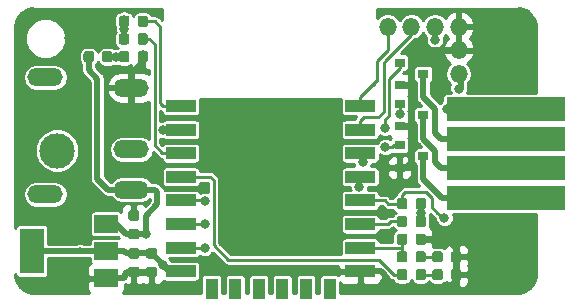
<source format=gbr>
G04 #@! TF.GenerationSoftware,KiCad,Pcbnew,5.0.1*
G04 #@! TF.CreationDate,2019-01-30T09:30:50+01:00*
G04 #@! TF.ProjectId,esp8266_rgb_strip_controller,657370383236365F736578795F737472,rev?*
G04 #@! TF.SameCoordinates,Original*
G04 #@! TF.FileFunction,Copper,L1,Top,Signal*
G04 #@! TF.FilePolarity,Positive*
%FSLAX46Y46*%
G04 Gerber Fmt 4.6, Leading zero omitted, Abs format (unit mm)*
G04 Created by KiCad (PCBNEW 5.0.1) date Wed 30 Jan 2019 09:30:50 AM CET*
%MOMM*%
%LPD*%
G01*
G04 APERTURE LIST*
G04 #@! TA.AperFunction,SMDPad,CuDef*
%ADD10R,2.500000X1.000000*%
G04 #@! TD*
G04 #@! TA.AperFunction,SMDPad,CuDef*
%ADD11R,1.000000X1.800000*%
G04 #@! TD*
G04 #@! TA.AperFunction,ComponentPad*
%ADD12O,3.000000X1.500000*%
G04 #@! TD*
G04 #@! TA.AperFunction,ComponentPad*
%ADD13C,3.000000*%
G04 #@! TD*
G04 #@! TA.AperFunction,SMDPad,CuDef*
%ADD14R,0.900000X0.800000*%
G04 #@! TD*
G04 #@! TA.AperFunction,Conductor*
%ADD15C,0.100000*%
G04 #@! TD*
G04 #@! TA.AperFunction,SMDPad,CuDef*
%ADD16C,0.875000*%
G04 #@! TD*
G04 #@! TA.AperFunction,SMDPad,CuDef*
%ADD17R,2.000000X3.800000*%
G04 #@! TD*
G04 #@! TA.AperFunction,SMDPad,CuDef*
%ADD18R,2.000000X1.500000*%
G04 #@! TD*
G04 #@! TA.AperFunction,ComponentPad*
%ADD19O,1.500000X1.500000*%
G04 #@! TD*
G04 #@! TA.AperFunction,SMDPad,CuDef*
%ADD20R,10.000000X2.000000*%
G04 #@! TD*
G04 #@! TA.AperFunction,ViaPad*
%ADD21C,0.800000*%
G04 #@! TD*
G04 #@! TA.AperFunction,Conductor*
%ADD22C,0.500000*%
G04 #@! TD*
G04 #@! TA.AperFunction,Conductor*
%ADD23C,0.250000*%
G04 #@! TD*
G04 APERTURE END LIST*
D10*
G04 #@! TO.P,U2,1*
G04 #@! TO.N,Net-(R2-Pad2)*
X109475001Y-67725001D03*
G04 #@! TO.P,U2,2*
G04 #@! TO.N,ADC*
X109475001Y-69725001D03*
G04 #@! TO.P,U2,3*
G04 #@! TO.N,Net-(R1-Pad2)*
X109475001Y-71725001D03*
G04 #@! TO.P,U2,4*
G04 #@! TO.N,Net-(R9-Pad2)*
X109475001Y-73725001D03*
G04 #@! TO.P,U2,5*
G04 #@! TO.N,PWM0*
X109475001Y-75725001D03*
G04 #@! TO.P,U2,6*
G04 #@! TO.N,PWM1*
X109475001Y-77725001D03*
G04 #@! TO.P,U2,7*
G04 #@! TO.N,PWM2*
X109475001Y-79725001D03*
G04 #@! TO.P,U2,8*
G04 #@! TO.N,+3V3*
X109475001Y-81725001D03*
D11*
G04 #@! TO.P,U2,9*
G04 #@! TO.N,Net-(U2-Pad9)*
X112075001Y-83225001D03*
G04 #@! TO.P,U2,10*
G04 #@! TO.N,Net-(U2-Pad10)*
X114075001Y-83225001D03*
G04 #@! TO.P,U2,11*
G04 #@! TO.N,Net-(U2-Pad11)*
X116075001Y-83225001D03*
G04 #@! TO.P,U2,12*
G04 #@! TO.N,Net-(U2-Pad12)*
X118075001Y-83225001D03*
G04 #@! TO.P,U2,13*
G04 #@! TO.N,Net-(U2-Pad13)*
X120075001Y-83225001D03*
G04 #@! TO.P,U2,14*
G04 #@! TO.N,Net-(U2-Pad14)*
X122075001Y-83225001D03*
D10*
G04 #@! TO.P,U2,15*
G04 #@! TO.N,GND*
X124675001Y-81725001D03*
G04 #@! TO.P,U2,16*
G04 #@! TO.N,Net-(R7-Pad2)*
X124675001Y-79725001D03*
G04 #@! TO.P,U2,17*
G04 #@! TO.N,Net-(R6-Pad2)*
X124675001Y-77725001D03*
G04 #@! TO.P,U2,18*
G04 #@! TO.N,Net-(J4-Pad1)*
X124675001Y-75725001D03*
G04 #@! TO.P,U2,19*
G04 #@! TO.N,Net-(TP1-Pad1)*
X124675001Y-73725001D03*
G04 #@! TO.P,U2,20*
G04 #@! TO.N,Net-(TP2-Pad1)*
X124675001Y-71725001D03*
G04 #@! TO.P,U2,21*
G04 #@! TO.N,Net-(J2-Pad2)*
X124675001Y-69725001D03*
G04 #@! TO.P,U2,22*
G04 #@! TO.N,Net-(J2-Pad1)*
X124675001Y-67725001D03*
G04 #@! TD*
D12*
G04 #@! TO.P,J1,1*
G04 #@! TO.N,+12V*
X105300000Y-74800000D03*
G04 #@! TO.P,J1,2*
G04 #@! TO.N,GND*
X105300000Y-66200000D03*
G04 #@! TO.P,J1,3*
G04 #@! TO.N,N/C*
X105300000Y-71400000D03*
G04 #@! TO.P,J1,*
G04 #@! TO.N,*
X98000000Y-65300000D03*
X98000000Y-75200000D03*
D13*
X99000000Y-71500000D03*
G04 #@! TD*
D14*
G04 #@! TO.P,Q1,1*
G04 #@! TO.N,PWM0*
X128000000Y-64050000D03*
G04 #@! TO.P,Q1,2*
G04 #@! TO.N,GND*
X128000000Y-65950000D03*
G04 #@! TO.P,Q1,3*
G04 #@! TO.N,SINK0*
X130000000Y-65000000D03*
G04 #@! TD*
G04 #@! TO.P,Q2,3*
G04 #@! TO.N,SINK1*
X130000000Y-68500000D03*
G04 #@! TO.P,Q2,2*
G04 #@! TO.N,GND*
X128000000Y-69450000D03*
G04 #@! TO.P,Q2,1*
G04 #@! TO.N,PWM1*
X128000000Y-67550000D03*
G04 #@! TD*
G04 #@! TO.P,Q3,1*
G04 #@! TO.N,PWM2*
X128000000Y-71050000D03*
G04 #@! TO.P,Q3,2*
G04 #@! TO.N,GND*
X128000000Y-72950000D03*
G04 #@! TO.P,Q3,3*
G04 #@! TO.N,SINK2*
X130000000Y-72000000D03*
G04 #@! TD*
D15*
G04 #@! TO.N,Net-(R1-Pad2)*
G04 #@! TO.C,R1*
G36*
X106490191Y-61576053D02*
X106511426Y-61579203D01*
X106532250Y-61584419D01*
X106552462Y-61591651D01*
X106571868Y-61600830D01*
X106590281Y-61611866D01*
X106607524Y-61624654D01*
X106623430Y-61639070D01*
X106637846Y-61654976D01*
X106650634Y-61672219D01*
X106661670Y-61690632D01*
X106670849Y-61710038D01*
X106678081Y-61730250D01*
X106683297Y-61751074D01*
X106686447Y-61772309D01*
X106687500Y-61793750D01*
X106687500Y-62306250D01*
X106686447Y-62327691D01*
X106683297Y-62348926D01*
X106678081Y-62369750D01*
X106670849Y-62389962D01*
X106661670Y-62409368D01*
X106650634Y-62427781D01*
X106637846Y-62445024D01*
X106623430Y-62460930D01*
X106607524Y-62475346D01*
X106590281Y-62488134D01*
X106571868Y-62499170D01*
X106552462Y-62508349D01*
X106532250Y-62515581D01*
X106511426Y-62520797D01*
X106490191Y-62523947D01*
X106468750Y-62525000D01*
X106031250Y-62525000D01*
X106009809Y-62523947D01*
X105988574Y-62520797D01*
X105967750Y-62515581D01*
X105947538Y-62508349D01*
X105928132Y-62499170D01*
X105909719Y-62488134D01*
X105892476Y-62475346D01*
X105876570Y-62460930D01*
X105862154Y-62445024D01*
X105849366Y-62427781D01*
X105838330Y-62409368D01*
X105829151Y-62389962D01*
X105821919Y-62369750D01*
X105816703Y-62348926D01*
X105813553Y-62327691D01*
X105812500Y-62306250D01*
X105812500Y-61793750D01*
X105813553Y-61772309D01*
X105816703Y-61751074D01*
X105821919Y-61730250D01*
X105829151Y-61710038D01*
X105838330Y-61690632D01*
X105849366Y-61672219D01*
X105862154Y-61654976D01*
X105876570Y-61639070D01*
X105892476Y-61624654D01*
X105909719Y-61611866D01*
X105928132Y-61600830D01*
X105947538Y-61591651D01*
X105967750Y-61584419D01*
X105988574Y-61579203D01*
X106009809Y-61576053D01*
X106031250Y-61575000D01*
X106468750Y-61575000D01*
X106490191Y-61576053D01*
X106490191Y-61576053D01*
G37*
D16*
G04 #@! TD*
G04 #@! TO.P,R1,2*
G04 #@! TO.N,Net-(R1-Pad2)*
X106250000Y-62050000D03*
D15*
G04 #@! TO.N,+3V3*
G04 #@! TO.C,R1*
G36*
X104915191Y-61576053D02*
X104936426Y-61579203D01*
X104957250Y-61584419D01*
X104977462Y-61591651D01*
X104996868Y-61600830D01*
X105015281Y-61611866D01*
X105032524Y-61624654D01*
X105048430Y-61639070D01*
X105062846Y-61654976D01*
X105075634Y-61672219D01*
X105086670Y-61690632D01*
X105095849Y-61710038D01*
X105103081Y-61730250D01*
X105108297Y-61751074D01*
X105111447Y-61772309D01*
X105112500Y-61793750D01*
X105112500Y-62306250D01*
X105111447Y-62327691D01*
X105108297Y-62348926D01*
X105103081Y-62369750D01*
X105095849Y-62389962D01*
X105086670Y-62409368D01*
X105075634Y-62427781D01*
X105062846Y-62445024D01*
X105048430Y-62460930D01*
X105032524Y-62475346D01*
X105015281Y-62488134D01*
X104996868Y-62499170D01*
X104977462Y-62508349D01*
X104957250Y-62515581D01*
X104936426Y-62520797D01*
X104915191Y-62523947D01*
X104893750Y-62525000D01*
X104456250Y-62525000D01*
X104434809Y-62523947D01*
X104413574Y-62520797D01*
X104392750Y-62515581D01*
X104372538Y-62508349D01*
X104353132Y-62499170D01*
X104334719Y-62488134D01*
X104317476Y-62475346D01*
X104301570Y-62460930D01*
X104287154Y-62445024D01*
X104274366Y-62427781D01*
X104263330Y-62409368D01*
X104254151Y-62389962D01*
X104246919Y-62369750D01*
X104241703Y-62348926D01*
X104238553Y-62327691D01*
X104237500Y-62306250D01*
X104237500Y-61793750D01*
X104238553Y-61772309D01*
X104241703Y-61751074D01*
X104246919Y-61730250D01*
X104254151Y-61710038D01*
X104263330Y-61690632D01*
X104274366Y-61672219D01*
X104287154Y-61654976D01*
X104301570Y-61639070D01*
X104317476Y-61624654D01*
X104334719Y-61611866D01*
X104353132Y-61600830D01*
X104372538Y-61591651D01*
X104392750Y-61584419D01*
X104413574Y-61579203D01*
X104434809Y-61576053D01*
X104456250Y-61575000D01*
X104893750Y-61575000D01*
X104915191Y-61576053D01*
X104915191Y-61576053D01*
G37*
D16*
G04 #@! TD*
G04 #@! TO.P,R1,1*
G04 #@! TO.N,+3V3*
X104675000Y-62050000D03*
D15*
G04 #@! TO.N,+3V3*
G04 #@! TO.C,R2*
G36*
X104915191Y-60076053D02*
X104936426Y-60079203D01*
X104957250Y-60084419D01*
X104977462Y-60091651D01*
X104996868Y-60100830D01*
X105015281Y-60111866D01*
X105032524Y-60124654D01*
X105048430Y-60139070D01*
X105062846Y-60154976D01*
X105075634Y-60172219D01*
X105086670Y-60190632D01*
X105095849Y-60210038D01*
X105103081Y-60230250D01*
X105108297Y-60251074D01*
X105111447Y-60272309D01*
X105112500Y-60293750D01*
X105112500Y-60806250D01*
X105111447Y-60827691D01*
X105108297Y-60848926D01*
X105103081Y-60869750D01*
X105095849Y-60889962D01*
X105086670Y-60909368D01*
X105075634Y-60927781D01*
X105062846Y-60945024D01*
X105048430Y-60960930D01*
X105032524Y-60975346D01*
X105015281Y-60988134D01*
X104996868Y-60999170D01*
X104977462Y-61008349D01*
X104957250Y-61015581D01*
X104936426Y-61020797D01*
X104915191Y-61023947D01*
X104893750Y-61025000D01*
X104456250Y-61025000D01*
X104434809Y-61023947D01*
X104413574Y-61020797D01*
X104392750Y-61015581D01*
X104372538Y-61008349D01*
X104353132Y-60999170D01*
X104334719Y-60988134D01*
X104317476Y-60975346D01*
X104301570Y-60960930D01*
X104287154Y-60945024D01*
X104274366Y-60927781D01*
X104263330Y-60909368D01*
X104254151Y-60889962D01*
X104246919Y-60869750D01*
X104241703Y-60848926D01*
X104238553Y-60827691D01*
X104237500Y-60806250D01*
X104237500Y-60293750D01*
X104238553Y-60272309D01*
X104241703Y-60251074D01*
X104246919Y-60230250D01*
X104254151Y-60210038D01*
X104263330Y-60190632D01*
X104274366Y-60172219D01*
X104287154Y-60154976D01*
X104301570Y-60139070D01*
X104317476Y-60124654D01*
X104334719Y-60111866D01*
X104353132Y-60100830D01*
X104372538Y-60091651D01*
X104392750Y-60084419D01*
X104413574Y-60079203D01*
X104434809Y-60076053D01*
X104456250Y-60075000D01*
X104893750Y-60075000D01*
X104915191Y-60076053D01*
X104915191Y-60076053D01*
G37*
D16*
G04 #@! TD*
G04 #@! TO.P,R2,1*
G04 #@! TO.N,+3V3*
X104675000Y-60550000D03*
D15*
G04 #@! TO.N,Net-(R2-Pad2)*
G04 #@! TO.C,R2*
G36*
X106490191Y-60076053D02*
X106511426Y-60079203D01*
X106532250Y-60084419D01*
X106552462Y-60091651D01*
X106571868Y-60100830D01*
X106590281Y-60111866D01*
X106607524Y-60124654D01*
X106623430Y-60139070D01*
X106637846Y-60154976D01*
X106650634Y-60172219D01*
X106661670Y-60190632D01*
X106670849Y-60210038D01*
X106678081Y-60230250D01*
X106683297Y-60251074D01*
X106686447Y-60272309D01*
X106687500Y-60293750D01*
X106687500Y-60806250D01*
X106686447Y-60827691D01*
X106683297Y-60848926D01*
X106678081Y-60869750D01*
X106670849Y-60889962D01*
X106661670Y-60909368D01*
X106650634Y-60927781D01*
X106637846Y-60945024D01*
X106623430Y-60960930D01*
X106607524Y-60975346D01*
X106590281Y-60988134D01*
X106571868Y-60999170D01*
X106552462Y-61008349D01*
X106532250Y-61015581D01*
X106511426Y-61020797D01*
X106490191Y-61023947D01*
X106468750Y-61025000D01*
X106031250Y-61025000D01*
X106009809Y-61023947D01*
X105988574Y-61020797D01*
X105967750Y-61015581D01*
X105947538Y-61008349D01*
X105928132Y-60999170D01*
X105909719Y-60988134D01*
X105892476Y-60975346D01*
X105876570Y-60960930D01*
X105862154Y-60945024D01*
X105849366Y-60927781D01*
X105838330Y-60909368D01*
X105829151Y-60889962D01*
X105821919Y-60869750D01*
X105816703Y-60848926D01*
X105813553Y-60827691D01*
X105812500Y-60806250D01*
X105812500Y-60293750D01*
X105813553Y-60272309D01*
X105816703Y-60251074D01*
X105821919Y-60230250D01*
X105829151Y-60210038D01*
X105838330Y-60190632D01*
X105849366Y-60172219D01*
X105862154Y-60154976D01*
X105876570Y-60139070D01*
X105892476Y-60124654D01*
X105909719Y-60111866D01*
X105928132Y-60100830D01*
X105947538Y-60091651D01*
X105967750Y-60084419D01*
X105988574Y-60079203D01*
X106009809Y-60076053D01*
X106031250Y-60075000D01*
X106468750Y-60075000D01*
X106490191Y-60076053D01*
X106490191Y-60076053D01*
G37*
D16*
G04 #@! TD*
G04 #@! TO.P,R2,2*
G04 #@! TO.N,Net-(R2-Pad2)*
X106250000Y-60550000D03*
D15*
G04 #@! TO.N,+12V*
G04 #@! TO.C,R3*
G36*
X101915191Y-63076053D02*
X101936426Y-63079203D01*
X101957250Y-63084419D01*
X101977462Y-63091651D01*
X101996868Y-63100830D01*
X102015281Y-63111866D01*
X102032524Y-63124654D01*
X102048430Y-63139070D01*
X102062846Y-63154976D01*
X102075634Y-63172219D01*
X102086670Y-63190632D01*
X102095849Y-63210038D01*
X102103081Y-63230250D01*
X102108297Y-63251074D01*
X102111447Y-63272309D01*
X102112500Y-63293750D01*
X102112500Y-63806250D01*
X102111447Y-63827691D01*
X102108297Y-63848926D01*
X102103081Y-63869750D01*
X102095849Y-63889962D01*
X102086670Y-63909368D01*
X102075634Y-63927781D01*
X102062846Y-63945024D01*
X102048430Y-63960930D01*
X102032524Y-63975346D01*
X102015281Y-63988134D01*
X101996868Y-63999170D01*
X101977462Y-64008349D01*
X101957250Y-64015581D01*
X101936426Y-64020797D01*
X101915191Y-64023947D01*
X101893750Y-64025000D01*
X101456250Y-64025000D01*
X101434809Y-64023947D01*
X101413574Y-64020797D01*
X101392750Y-64015581D01*
X101372538Y-64008349D01*
X101353132Y-63999170D01*
X101334719Y-63988134D01*
X101317476Y-63975346D01*
X101301570Y-63960930D01*
X101287154Y-63945024D01*
X101274366Y-63927781D01*
X101263330Y-63909368D01*
X101254151Y-63889962D01*
X101246919Y-63869750D01*
X101241703Y-63848926D01*
X101238553Y-63827691D01*
X101237500Y-63806250D01*
X101237500Y-63293750D01*
X101238553Y-63272309D01*
X101241703Y-63251074D01*
X101246919Y-63230250D01*
X101254151Y-63210038D01*
X101263330Y-63190632D01*
X101274366Y-63172219D01*
X101287154Y-63154976D01*
X101301570Y-63139070D01*
X101317476Y-63124654D01*
X101334719Y-63111866D01*
X101353132Y-63100830D01*
X101372538Y-63091651D01*
X101392750Y-63084419D01*
X101413574Y-63079203D01*
X101434809Y-63076053D01*
X101456250Y-63075000D01*
X101893750Y-63075000D01*
X101915191Y-63076053D01*
X101915191Y-63076053D01*
G37*
D16*
G04 #@! TD*
G04 #@! TO.P,R3,1*
G04 #@! TO.N,+12V*
X101675000Y-63550000D03*
D15*
G04 #@! TO.N,ADC*
G04 #@! TO.C,R3*
G36*
X103490191Y-63076053D02*
X103511426Y-63079203D01*
X103532250Y-63084419D01*
X103552462Y-63091651D01*
X103571868Y-63100830D01*
X103590281Y-63111866D01*
X103607524Y-63124654D01*
X103623430Y-63139070D01*
X103637846Y-63154976D01*
X103650634Y-63172219D01*
X103661670Y-63190632D01*
X103670849Y-63210038D01*
X103678081Y-63230250D01*
X103683297Y-63251074D01*
X103686447Y-63272309D01*
X103687500Y-63293750D01*
X103687500Y-63806250D01*
X103686447Y-63827691D01*
X103683297Y-63848926D01*
X103678081Y-63869750D01*
X103670849Y-63889962D01*
X103661670Y-63909368D01*
X103650634Y-63927781D01*
X103637846Y-63945024D01*
X103623430Y-63960930D01*
X103607524Y-63975346D01*
X103590281Y-63988134D01*
X103571868Y-63999170D01*
X103552462Y-64008349D01*
X103532250Y-64015581D01*
X103511426Y-64020797D01*
X103490191Y-64023947D01*
X103468750Y-64025000D01*
X103031250Y-64025000D01*
X103009809Y-64023947D01*
X102988574Y-64020797D01*
X102967750Y-64015581D01*
X102947538Y-64008349D01*
X102928132Y-63999170D01*
X102909719Y-63988134D01*
X102892476Y-63975346D01*
X102876570Y-63960930D01*
X102862154Y-63945024D01*
X102849366Y-63927781D01*
X102838330Y-63909368D01*
X102829151Y-63889962D01*
X102821919Y-63869750D01*
X102816703Y-63848926D01*
X102813553Y-63827691D01*
X102812500Y-63806250D01*
X102812500Y-63293750D01*
X102813553Y-63272309D01*
X102816703Y-63251074D01*
X102821919Y-63230250D01*
X102829151Y-63210038D01*
X102838330Y-63190632D01*
X102849366Y-63172219D01*
X102862154Y-63154976D01*
X102876570Y-63139070D01*
X102892476Y-63124654D01*
X102909719Y-63111866D01*
X102928132Y-63100830D01*
X102947538Y-63091651D01*
X102967750Y-63084419D01*
X102988574Y-63079203D01*
X103009809Y-63076053D01*
X103031250Y-63075000D01*
X103468750Y-63075000D01*
X103490191Y-63076053D01*
X103490191Y-63076053D01*
G37*
D16*
G04 #@! TD*
G04 #@! TO.P,R3,2*
G04 #@! TO.N,ADC*
X103250000Y-63550000D03*
D15*
G04 #@! TO.N,GND*
G04 #@! TO.C,R4*
G36*
X106490191Y-63076053D02*
X106511426Y-63079203D01*
X106532250Y-63084419D01*
X106552462Y-63091651D01*
X106571868Y-63100830D01*
X106590281Y-63111866D01*
X106607524Y-63124654D01*
X106623430Y-63139070D01*
X106637846Y-63154976D01*
X106650634Y-63172219D01*
X106661670Y-63190632D01*
X106670849Y-63210038D01*
X106678081Y-63230250D01*
X106683297Y-63251074D01*
X106686447Y-63272309D01*
X106687500Y-63293750D01*
X106687500Y-63806250D01*
X106686447Y-63827691D01*
X106683297Y-63848926D01*
X106678081Y-63869750D01*
X106670849Y-63889962D01*
X106661670Y-63909368D01*
X106650634Y-63927781D01*
X106637846Y-63945024D01*
X106623430Y-63960930D01*
X106607524Y-63975346D01*
X106590281Y-63988134D01*
X106571868Y-63999170D01*
X106552462Y-64008349D01*
X106532250Y-64015581D01*
X106511426Y-64020797D01*
X106490191Y-64023947D01*
X106468750Y-64025000D01*
X106031250Y-64025000D01*
X106009809Y-64023947D01*
X105988574Y-64020797D01*
X105967750Y-64015581D01*
X105947538Y-64008349D01*
X105928132Y-63999170D01*
X105909719Y-63988134D01*
X105892476Y-63975346D01*
X105876570Y-63960930D01*
X105862154Y-63945024D01*
X105849366Y-63927781D01*
X105838330Y-63909368D01*
X105829151Y-63889962D01*
X105821919Y-63869750D01*
X105816703Y-63848926D01*
X105813553Y-63827691D01*
X105812500Y-63806250D01*
X105812500Y-63293750D01*
X105813553Y-63272309D01*
X105816703Y-63251074D01*
X105821919Y-63230250D01*
X105829151Y-63210038D01*
X105838330Y-63190632D01*
X105849366Y-63172219D01*
X105862154Y-63154976D01*
X105876570Y-63139070D01*
X105892476Y-63124654D01*
X105909719Y-63111866D01*
X105928132Y-63100830D01*
X105947538Y-63091651D01*
X105967750Y-63084419D01*
X105988574Y-63079203D01*
X106009809Y-63076053D01*
X106031250Y-63075000D01*
X106468750Y-63075000D01*
X106490191Y-63076053D01*
X106490191Y-63076053D01*
G37*
D16*
G04 #@! TD*
G04 #@! TO.P,R4,2*
G04 #@! TO.N,GND*
X106250000Y-63550000D03*
D15*
G04 #@! TO.N,ADC*
G04 #@! TO.C,R4*
G36*
X104915191Y-63076053D02*
X104936426Y-63079203D01*
X104957250Y-63084419D01*
X104977462Y-63091651D01*
X104996868Y-63100830D01*
X105015281Y-63111866D01*
X105032524Y-63124654D01*
X105048430Y-63139070D01*
X105062846Y-63154976D01*
X105075634Y-63172219D01*
X105086670Y-63190632D01*
X105095849Y-63210038D01*
X105103081Y-63230250D01*
X105108297Y-63251074D01*
X105111447Y-63272309D01*
X105112500Y-63293750D01*
X105112500Y-63806250D01*
X105111447Y-63827691D01*
X105108297Y-63848926D01*
X105103081Y-63869750D01*
X105095849Y-63889962D01*
X105086670Y-63909368D01*
X105075634Y-63927781D01*
X105062846Y-63945024D01*
X105048430Y-63960930D01*
X105032524Y-63975346D01*
X105015281Y-63988134D01*
X104996868Y-63999170D01*
X104977462Y-64008349D01*
X104957250Y-64015581D01*
X104936426Y-64020797D01*
X104915191Y-64023947D01*
X104893750Y-64025000D01*
X104456250Y-64025000D01*
X104434809Y-64023947D01*
X104413574Y-64020797D01*
X104392750Y-64015581D01*
X104372538Y-64008349D01*
X104353132Y-63999170D01*
X104334719Y-63988134D01*
X104317476Y-63975346D01*
X104301570Y-63960930D01*
X104287154Y-63945024D01*
X104274366Y-63927781D01*
X104263330Y-63909368D01*
X104254151Y-63889962D01*
X104246919Y-63869750D01*
X104241703Y-63848926D01*
X104238553Y-63827691D01*
X104237500Y-63806250D01*
X104237500Y-63293750D01*
X104238553Y-63272309D01*
X104241703Y-63251074D01*
X104246919Y-63230250D01*
X104254151Y-63210038D01*
X104263330Y-63190632D01*
X104274366Y-63172219D01*
X104287154Y-63154976D01*
X104301570Y-63139070D01*
X104317476Y-63124654D01*
X104334719Y-63111866D01*
X104353132Y-63100830D01*
X104372538Y-63091651D01*
X104392750Y-63084419D01*
X104413574Y-63079203D01*
X104434809Y-63076053D01*
X104456250Y-63075000D01*
X104893750Y-63075000D01*
X104915191Y-63076053D01*
X104915191Y-63076053D01*
G37*
D16*
G04 #@! TD*
G04 #@! TO.P,R4,1*
G04 #@! TO.N,ADC*
X104675000Y-63550000D03*
D15*
G04 #@! TO.N,Net-(J4-Pad1)*
G04 #@! TO.C,R5*
G36*
X128452691Y-75526053D02*
X128473926Y-75529203D01*
X128494750Y-75534419D01*
X128514962Y-75541651D01*
X128534368Y-75550830D01*
X128552781Y-75561866D01*
X128570024Y-75574654D01*
X128585930Y-75589070D01*
X128600346Y-75604976D01*
X128613134Y-75622219D01*
X128624170Y-75640632D01*
X128633349Y-75660038D01*
X128640581Y-75680250D01*
X128645797Y-75701074D01*
X128648947Y-75722309D01*
X128650000Y-75743750D01*
X128650000Y-76256250D01*
X128648947Y-76277691D01*
X128645797Y-76298926D01*
X128640581Y-76319750D01*
X128633349Y-76339962D01*
X128624170Y-76359368D01*
X128613134Y-76377781D01*
X128600346Y-76395024D01*
X128585930Y-76410930D01*
X128570024Y-76425346D01*
X128552781Y-76438134D01*
X128534368Y-76449170D01*
X128514962Y-76458349D01*
X128494750Y-76465581D01*
X128473926Y-76470797D01*
X128452691Y-76473947D01*
X128431250Y-76475000D01*
X127993750Y-76475000D01*
X127972309Y-76473947D01*
X127951074Y-76470797D01*
X127930250Y-76465581D01*
X127910038Y-76458349D01*
X127890632Y-76449170D01*
X127872219Y-76438134D01*
X127854976Y-76425346D01*
X127839070Y-76410930D01*
X127824654Y-76395024D01*
X127811866Y-76377781D01*
X127800830Y-76359368D01*
X127791651Y-76339962D01*
X127784419Y-76319750D01*
X127779203Y-76298926D01*
X127776053Y-76277691D01*
X127775000Y-76256250D01*
X127775000Y-75743750D01*
X127776053Y-75722309D01*
X127779203Y-75701074D01*
X127784419Y-75680250D01*
X127791651Y-75660038D01*
X127800830Y-75640632D01*
X127811866Y-75622219D01*
X127824654Y-75604976D01*
X127839070Y-75589070D01*
X127854976Y-75574654D01*
X127872219Y-75561866D01*
X127890632Y-75550830D01*
X127910038Y-75541651D01*
X127930250Y-75534419D01*
X127951074Y-75529203D01*
X127972309Y-75526053D01*
X127993750Y-75525000D01*
X128431250Y-75525000D01*
X128452691Y-75526053D01*
X128452691Y-75526053D01*
G37*
D16*
G04 #@! TD*
G04 #@! TO.P,R5,1*
G04 #@! TO.N,Net-(J4-Pad1)*
X128212500Y-76000000D03*
D15*
G04 #@! TO.N,+3V3*
G04 #@! TO.C,R5*
G36*
X130027691Y-75526053D02*
X130048926Y-75529203D01*
X130069750Y-75534419D01*
X130089962Y-75541651D01*
X130109368Y-75550830D01*
X130127781Y-75561866D01*
X130145024Y-75574654D01*
X130160930Y-75589070D01*
X130175346Y-75604976D01*
X130188134Y-75622219D01*
X130199170Y-75640632D01*
X130208349Y-75660038D01*
X130215581Y-75680250D01*
X130220797Y-75701074D01*
X130223947Y-75722309D01*
X130225000Y-75743750D01*
X130225000Y-76256250D01*
X130223947Y-76277691D01*
X130220797Y-76298926D01*
X130215581Y-76319750D01*
X130208349Y-76339962D01*
X130199170Y-76359368D01*
X130188134Y-76377781D01*
X130175346Y-76395024D01*
X130160930Y-76410930D01*
X130145024Y-76425346D01*
X130127781Y-76438134D01*
X130109368Y-76449170D01*
X130089962Y-76458349D01*
X130069750Y-76465581D01*
X130048926Y-76470797D01*
X130027691Y-76473947D01*
X130006250Y-76475000D01*
X129568750Y-76475000D01*
X129547309Y-76473947D01*
X129526074Y-76470797D01*
X129505250Y-76465581D01*
X129485038Y-76458349D01*
X129465632Y-76449170D01*
X129447219Y-76438134D01*
X129429976Y-76425346D01*
X129414070Y-76410930D01*
X129399654Y-76395024D01*
X129386866Y-76377781D01*
X129375830Y-76359368D01*
X129366651Y-76339962D01*
X129359419Y-76319750D01*
X129354203Y-76298926D01*
X129351053Y-76277691D01*
X129350000Y-76256250D01*
X129350000Y-75743750D01*
X129351053Y-75722309D01*
X129354203Y-75701074D01*
X129359419Y-75680250D01*
X129366651Y-75660038D01*
X129375830Y-75640632D01*
X129386866Y-75622219D01*
X129399654Y-75604976D01*
X129414070Y-75589070D01*
X129429976Y-75574654D01*
X129447219Y-75561866D01*
X129465632Y-75550830D01*
X129485038Y-75541651D01*
X129505250Y-75534419D01*
X129526074Y-75529203D01*
X129547309Y-75526053D01*
X129568750Y-75525000D01*
X130006250Y-75525000D01*
X130027691Y-75526053D01*
X130027691Y-75526053D01*
G37*
D16*
G04 #@! TD*
G04 #@! TO.P,R5,2*
G04 #@! TO.N,+3V3*
X129787500Y-76000000D03*
D15*
G04 #@! TO.N,Net-(R6-Pad2)*
G04 #@! TO.C,R6*
G36*
X128452691Y-77026053D02*
X128473926Y-77029203D01*
X128494750Y-77034419D01*
X128514962Y-77041651D01*
X128534368Y-77050830D01*
X128552781Y-77061866D01*
X128570024Y-77074654D01*
X128585930Y-77089070D01*
X128600346Y-77104976D01*
X128613134Y-77122219D01*
X128624170Y-77140632D01*
X128633349Y-77160038D01*
X128640581Y-77180250D01*
X128645797Y-77201074D01*
X128648947Y-77222309D01*
X128650000Y-77243750D01*
X128650000Y-77756250D01*
X128648947Y-77777691D01*
X128645797Y-77798926D01*
X128640581Y-77819750D01*
X128633349Y-77839962D01*
X128624170Y-77859368D01*
X128613134Y-77877781D01*
X128600346Y-77895024D01*
X128585930Y-77910930D01*
X128570024Y-77925346D01*
X128552781Y-77938134D01*
X128534368Y-77949170D01*
X128514962Y-77958349D01*
X128494750Y-77965581D01*
X128473926Y-77970797D01*
X128452691Y-77973947D01*
X128431250Y-77975000D01*
X127993750Y-77975000D01*
X127972309Y-77973947D01*
X127951074Y-77970797D01*
X127930250Y-77965581D01*
X127910038Y-77958349D01*
X127890632Y-77949170D01*
X127872219Y-77938134D01*
X127854976Y-77925346D01*
X127839070Y-77910930D01*
X127824654Y-77895024D01*
X127811866Y-77877781D01*
X127800830Y-77859368D01*
X127791651Y-77839962D01*
X127784419Y-77819750D01*
X127779203Y-77798926D01*
X127776053Y-77777691D01*
X127775000Y-77756250D01*
X127775000Y-77243750D01*
X127776053Y-77222309D01*
X127779203Y-77201074D01*
X127784419Y-77180250D01*
X127791651Y-77160038D01*
X127800830Y-77140632D01*
X127811866Y-77122219D01*
X127824654Y-77104976D01*
X127839070Y-77089070D01*
X127854976Y-77074654D01*
X127872219Y-77061866D01*
X127890632Y-77050830D01*
X127910038Y-77041651D01*
X127930250Y-77034419D01*
X127951074Y-77029203D01*
X127972309Y-77026053D01*
X127993750Y-77025000D01*
X128431250Y-77025000D01*
X128452691Y-77026053D01*
X128452691Y-77026053D01*
G37*
D16*
G04 #@! TD*
G04 #@! TO.P,R6,2*
G04 #@! TO.N,Net-(R6-Pad2)*
X128212500Y-77500000D03*
D15*
G04 #@! TO.N,+3V3*
G04 #@! TO.C,R6*
G36*
X130027691Y-77026053D02*
X130048926Y-77029203D01*
X130069750Y-77034419D01*
X130089962Y-77041651D01*
X130109368Y-77050830D01*
X130127781Y-77061866D01*
X130145024Y-77074654D01*
X130160930Y-77089070D01*
X130175346Y-77104976D01*
X130188134Y-77122219D01*
X130199170Y-77140632D01*
X130208349Y-77160038D01*
X130215581Y-77180250D01*
X130220797Y-77201074D01*
X130223947Y-77222309D01*
X130225000Y-77243750D01*
X130225000Y-77756250D01*
X130223947Y-77777691D01*
X130220797Y-77798926D01*
X130215581Y-77819750D01*
X130208349Y-77839962D01*
X130199170Y-77859368D01*
X130188134Y-77877781D01*
X130175346Y-77895024D01*
X130160930Y-77910930D01*
X130145024Y-77925346D01*
X130127781Y-77938134D01*
X130109368Y-77949170D01*
X130089962Y-77958349D01*
X130069750Y-77965581D01*
X130048926Y-77970797D01*
X130027691Y-77973947D01*
X130006250Y-77975000D01*
X129568750Y-77975000D01*
X129547309Y-77973947D01*
X129526074Y-77970797D01*
X129505250Y-77965581D01*
X129485038Y-77958349D01*
X129465632Y-77949170D01*
X129447219Y-77938134D01*
X129429976Y-77925346D01*
X129414070Y-77910930D01*
X129399654Y-77895024D01*
X129386866Y-77877781D01*
X129375830Y-77859368D01*
X129366651Y-77839962D01*
X129359419Y-77819750D01*
X129354203Y-77798926D01*
X129351053Y-77777691D01*
X129350000Y-77756250D01*
X129350000Y-77243750D01*
X129351053Y-77222309D01*
X129354203Y-77201074D01*
X129359419Y-77180250D01*
X129366651Y-77160038D01*
X129375830Y-77140632D01*
X129386866Y-77122219D01*
X129399654Y-77104976D01*
X129414070Y-77089070D01*
X129429976Y-77074654D01*
X129447219Y-77061866D01*
X129465632Y-77050830D01*
X129485038Y-77041651D01*
X129505250Y-77034419D01*
X129526074Y-77029203D01*
X129547309Y-77026053D01*
X129568750Y-77025000D01*
X130006250Y-77025000D01*
X130027691Y-77026053D01*
X130027691Y-77026053D01*
G37*
D16*
G04 #@! TD*
G04 #@! TO.P,R6,1*
G04 #@! TO.N,+3V3*
X129787500Y-77500000D03*
D15*
G04 #@! TO.N,GND*
G04 #@! TO.C,R7*
G36*
X130027691Y-78526053D02*
X130048926Y-78529203D01*
X130069750Y-78534419D01*
X130089962Y-78541651D01*
X130109368Y-78550830D01*
X130127781Y-78561866D01*
X130145024Y-78574654D01*
X130160930Y-78589070D01*
X130175346Y-78604976D01*
X130188134Y-78622219D01*
X130199170Y-78640632D01*
X130208349Y-78660038D01*
X130215581Y-78680250D01*
X130220797Y-78701074D01*
X130223947Y-78722309D01*
X130225000Y-78743750D01*
X130225000Y-79256250D01*
X130223947Y-79277691D01*
X130220797Y-79298926D01*
X130215581Y-79319750D01*
X130208349Y-79339962D01*
X130199170Y-79359368D01*
X130188134Y-79377781D01*
X130175346Y-79395024D01*
X130160930Y-79410930D01*
X130145024Y-79425346D01*
X130127781Y-79438134D01*
X130109368Y-79449170D01*
X130089962Y-79458349D01*
X130069750Y-79465581D01*
X130048926Y-79470797D01*
X130027691Y-79473947D01*
X130006250Y-79475000D01*
X129568750Y-79475000D01*
X129547309Y-79473947D01*
X129526074Y-79470797D01*
X129505250Y-79465581D01*
X129485038Y-79458349D01*
X129465632Y-79449170D01*
X129447219Y-79438134D01*
X129429976Y-79425346D01*
X129414070Y-79410930D01*
X129399654Y-79395024D01*
X129386866Y-79377781D01*
X129375830Y-79359368D01*
X129366651Y-79339962D01*
X129359419Y-79319750D01*
X129354203Y-79298926D01*
X129351053Y-79277691D01*
X129350000Y-79256250D01*
X129350000Y-78743750D01*
X129351053Y-78722309D01*
X129354203Y-78701074D01*
X129359419Y-78680250D01*
X129366651Y-78660038D01*
X129375830Y-78640632D01*
X129386866Y-78622219D01*
X129399654Y-78604976D01*
X129414070Y-78589070D01*
X129429976Y-78574654D01*
X129447219Y-78561866D01*
X129465632Y-78550830D01*
X129485038Y-78541651D01*
X129505250Y-78534419D01*
X129526074Y-78529203D01*
X129547309Y-78526053D01*
X129568750Y-78525000D01*
X130006250Y-78525000D01*
X130027691Y-78526053D01*
X130027691Y-78526053D01*
G37*
D16*
G04 #@! TD*
G04 #@! TO.P,R7,1*
G04 #@! TO.N,GND*
X129787500Y-79000000D03*
D15*
G04 #@! TO.N,Net-(R7-Pad2)*
G04 #@! TO.C,R7*
G36*
X128452691Y-78526053D02*
X128473926Y-78529203D01*
X128494750Y-78534419D01*
X128514962Y-78541651D01*
X128534368Y-78550830D01*
X128552781Y-78561866D01*
X128570024Y-78574654D01*
X128585930Y-78589070D01*
X128600346Y-78604976D01*
X128613134Y-78622219D01*
X128624170Y-78640632D01*
X128633349Y-78660038D01*
X128640581Y-78680250D01*
X128645797Y-78701074D01*
X128648947Y-78722309D01*
X128650000Y-78743750D01*
X128650000Y-79256250D01*
X128648947Y-79277691D01*
X128645797Y-79298926D01*
X128640581Y-79319750D01*
X128633349Y-79339962D01*
X128624170Y-79359368D01*
X128613134Y-79377781D01*
X128600346Y-79395024D01*
X128585930Y-79410930D01*
X128570024Y-79425346D01*
X128552781Y-79438134D01*
X128534368Y-79449170D01*
X128514962Y-79458349D01*
X128494750Y-79465581D01*
X128473926Y-79470797D01*
X128452691Y-79473947D01*
X128431250Y-79475000D01*
X127993750Y-79475000D01*
X127972309Y-79473947D01*
X127951074Y-79470797D01*
X127930250Y-79465581D01*
X127910038Y-79458349D01*
X127890632Y-79449170D01*
X127872219Y-79438134D01*
X127854976Y-79425346D01*
X127839070Y-79410930D01*
X127824654Y-79395024D01*
X127811866Y-79377781D01*
X127800830Y-79359368D01*
X127791651Y-79339962D01*
X127784419Y-79319750D01*
X127779203Y-79298926D01*
X127776053Y-79277691D01*
X127775000Y-79256250D01*
X127775000Y-78743750D01*
X127776053Y-78722309D01*
X127779203Y-78701074D01*
X127784419Y-78680250D01*
X127791651Y-78660038D01*
X127800830Y-78640632D01*
X127811866Y-78622219D01*
X127824654Y-78604976D01*
X127839070Y-78589070D01*
X127854976Y-78574654D01*
X127872219Y-78561866D01*
X127890632Y-78550830D01*
X127910038Y-78541651D01*
X127930250Y-78534419D01*
X127951074Y-78529203D01*
X127972309Y-78526053D01*
X127993750Y-78525000D01*
X128431250Y-78525000D01*
X128452691Y-78526053D01*
X128452691Y-78526053D01*
G37*
D16*
G04 #@! TD*
G04 #@! TO.P,R7,2*
G04 #@! TO.N,Net-(R7-Pad2)*
X128212500Y-79000000D03*
D17*
G04 #@! TO.P,U1,2*
G04 #@! TO.N,+3V3*
X96850000Y-80000000D03*
D18*
X103150000Y-80000000D03*
G04 #@! TO.P,U1,3*
G04 #@! TO.N,+12V*
X103150000Y-77700000D03*
G04 #@! TO.P,U1,1*
G04 #@! TO.N,GND*
X103150000Y-82300000D03*
G04 #@! TD*
D15*
G04 #@! TO.N,GND*
G04 #@! TO.C,C1*
G36*
X105777691Y-76563553D02*
X105798926Y-76566703D01*
X105819750Y-76571919D01*
X105839962Y-76579151D01*
X105859368Y-76588330D01*
X105877781Y-76599366D01*
X105895024Y-76612154D01*
X105910930Y-76626570D01*
X105925346Y-76642476D01*
X105938134Y-76659719D01*
X105949170Y-76678132D01*
X105958349Y-76697538D01*
X105965581Y-76717750D01*
X105970797Y-76738574D01*
X105973947Y-76759809D01*
X105975000Y-76781250D01*
X105975000Y-77218750D01*
X105973947Y-77240191D01*
X105970797Y-77261426D01*
X105965581Y-77282250D01*
X105958349Y-77302462D01*
X105949170Y-77321868D01*
X105938134Y-77340281D01*
X105925346Y-77357524D01*
X105910930Y-77373430D01*
X105895024Y-77387846D01*
X105877781Y-77400634D01*
X105859368Y-77411670D01*
X105839962Y-77420849D01*
X105819750Y-77428081D01*
X105798926Y-77433297D01*
X105777691Y-77436447D01*
X105756250Y-77437500D01*
X105243750Y-77437500D01*
X105222309Y-77436447D01*
X105201074Y-77433297D01*
X105180250Y-77428081D01*
X105160038Y-77420849D01*
X105140632Y-77411670D01*
X105122219Y-77400634D01*
X105104976Y-77387846D01*
X105089070Y-77373430D01*
X105074654Y-77357524D01*
X105061866Y-77340281D01*
X105050830Y-77321868D01*
X105041651Y-77302462D01*
X105034419Y-77282250D01*
X105029203Y-77261426D01*
X105026053Y-77240191D01*
X105025000Y-77218750D01*
X105025000Y-76781250D01*
X105026053Y-76759809D01*
X105029203Y-76738574D01*
X105034419Y-76717750D01*
X105041651Y-76697538D01*
X105050830Y-76678132D01*
X105061866Y-76659719D01*
X105074654Y-76642476D01*
X105089070Y-76626570D01*
X105104976Y-76612154D01*
X105122219Y-76599366D01*
X105140632Y-76588330D01*
X105160038Y-76579151D01*
X105180250Y-76571919D01*
X105201074Y-76566703D01*
X105222309Y-76563553D01*
X105243750Y-76562500D01*
X105756250Y-76562500D01*
X105777691Y-76563553D01*
X105777691Y-76563553D01*
G37*
D16*
G04 #@! TD*
G04 #@! TO.P,C1,2*
G04 #@! TO.N,GND*
X105500000Y-77000000D03*
D15*
G04 #@! TO.N,+12V*
G04 #@! TO.C,C1*
G36*
X105777691Y-78138553D02*
X105798926Y-78141703D01*
X105819750Y-78146919D01*
X105839962Y-78154151D01*
X105859368Y-78163330D01*
X105877781Y-78174366D01*
X105895024Y-78187154D01*
X105910930Y-78201570D01*
X105925346Y-78217476D01*
X105938134Y-78234719D01*
X105949170Y-78253132D01*
X105958349Y-78272538D01*
X105965581Y-78292750D01*
X105970797Y-78313574D01*
X105973947Y-78334809D01*
X105975000Y-78356250D01*
X105975000Y-78793750D01*
X105973947Y-78815191D01*
X105970797Y-78836426D01*
X105965581Y-78857250D01*
X105958349Y-78877462D01*
X105949170Y-78896868D01*
X105938134Y-78915281D01*
X105925346Y-78932524D01*
X105910930Y-78948430D01*
X105895024Y-78962846D01*
X105877781Y-78975634D01*
X105859368Y-78986670D01*
X105839962Y-78995849D01*
X105819750Y-79003081D01*
X105798926Y-79008297D01*
X105777691Y-79011447D01*
X105756250Y-79012500D01*
X105243750Y-79012500D01*
X105222309Y-79011447D01*
X105201074Y-79008297D01*
X105180250Y-79003081D01*
X105160038Y-78995849D01*
X105140632Y-78986670D01*
X105122219Y-78975634D01*
X105104976Y-78962846D01*
X105089070Y-78948430D01*
X105074654Y-78932524D01*
X105061866Y-78915281D01*
X105050830Y-78896868D01*
X105041651Y-78877462D01*
X105034419Y-78857250D01*
X105029203Y-78836426D01*
X105026053Y-78815191D01*
X105025000Y-78793750D01*
X105025000Y-78356250D01*
X105026053Y-78334809D01*
X105029203Y-78313574D01*
X105034419Y-78292750D01*
X105041651Y-78272538D01*
X105050830Y-78253132D01*
X105061866Y-78234719D01*
X105074654Y-78217476D01*
X105089070Y-78201570D01*
X105104976Y-78187154D01*
X105122219Y-78174366D01*
X105140632Y-78163330D01*
X105160038Y-78154151D01*
X105180250Y-78146919D01*
X105201074Y-78141703D01*
X105222309Y-78138553D01*
X105243750Y-78137500D01*
X105756250Y-78137500D01*
X105777691Y-78138553D01*
X105777691Y-78138553D01*
G37*
D16*
G04 #@! TD*
G04 #@! TO.P,C1,1*
G04 #@! TO.N,+12V*
X105500000Y-78575000D03*
D15*
G04 #@! TO.N,+3V3*
G04 #@! TO.C,C2*
G36*
X105777691Y-79776053D02*
X105798926Y-79779203D01*
X105819750Y-79784419D01*
X105839962Y-79791651D01*
X105859368Y-79800830D01*
X105877781Y-79811866D01*
X105895024Y-79824654D01*
X105910930Y-79839070D01*
X105925346Y-79854976D01*
X105938134Y-79872219D01*
X105949170Y-79890632D01*
X105958349Y-79910038D01*
X105965581Y-79930250D01*
X105970797Y-79951074D01*
X105973947Y-79972309D01*
X105975000Y-79993750D01*
X105975000Y-80431250D01*
X105973947Y-80452691D01*
X105970797Y-80473926D01*
X105965581Y-80494750D01*
X105958349Y-80514962D01*
X105949170Y-80534368D01*
X105938134Y-80552781D01*
X105925346Y-80570024D01*
X105910930Y-80585930D01*
X105895024Y-80600346D01*
X105877781Y-80613134D01*
X105859368Y-80624170D01*
X105839962Y-80633349D01*
X105819750Y-80640581D01*
X105798926Y-80645797D01*
X105777691Y-80648947D01*
X105756250Y-80650000D01*
X105243750Y-80650000D01*
X105222309Y-80648947D01*
X105201074Y-80645797D01*
X105180250Y-80640581D01*
X105160038Y-80633349D01*
X105140632Y-80624170D01*
X105122219Y-80613134D01*
X105104976Y-80600346D01*
X105089070Y-80585930D01*
X105074654Y-80570024D01*
X105061866Y-80552781D01*
X105050830Y-80534368D01*
X105041651Y-80514962D01*
X105034419Y-80494750D01*
X105029203Y-80473926D01*
X105026053Y-80452691D01*
X105025000Y-80431250D01*
X105025000Y-79993750D01*
X105026053Y-79972309D01*
X105029203Y-79951074D01*
X105034419Y-79930250D01*
X105041651Y-79910038D01*
X105050830Y-79890632D01*
X105061866Y-79872219D01*
X105074654Y-79854976D01*
X105089070Y-79839070D01*
X105104976Y-79824654D01*
X105122219Y-79811866D01*
X105140632Y-79800830D01*
X105160038Y-79791651D01*
X105180250Y-79784419D01*
X105201074Y-79779203D01*
X105222309Y-79776053D01*
X105243750Y-79775000D01*
X105756250Y-79775000D01*
X105777691Y-79776053D01*
X105777691Y-79776053D01*
G37*
D16*
G04 #@! TD*
G04 #@! TO.P,C2,1*
G04 #@! TO.N,+3V3*
X105500000Y-80212500D03*
D15*
G04 #@! TO.N,GND*
G04 #@! TO.C,C2*
G36*
X105777691Y-81351053D02*
X105798926Y-81354203D01*
X105819750Y-81359419D01*
X105839962Y-81366651D01*
X105859368Y-81375830D01*
X105877781Y-81386866D01*
X105895024Y-81399654D01*
X105910930Y-81414070D01*
X105925346Y-81429976D01*
X105938134Y-81447219D01*
X105949170Y-81465632D01*
X105958349Y-81485038D01*
X105965581Y-81505250D01*
X105970797Y-81526074D01*
X105973947Y-81547309D01*
X105975000Y-81568750D01*
X105975000Y-82006250D01*
X105973947Y-82027691D01*
X105970797Y-82048926D01*
X105965581Y-82069750D01*
X105958349Y-82089962D01*
X105949170Y-82109368D01*
X105938134Y-82127781D01*
X105925346Y-82145024D01*
X105910930Y-82160930D01*
X105895024Y-82175346D01*
X105877781Y-82188134D01*
X105859368Y-82199170D01*
X105839962Y-82208349D01*
X105819750Y-82215581D01*
X105798926Y-82220797D01*
X105777691Y-82223947D01*
X105756250Y-82225000D01*
X105243750Y-82225000D01*
X105222309Y-82223947D01*
X105201074Y-82220797D01*
X105180250Y-82215581D01*
X105160038Y-82208349D01*
X105140632Y-82199170D01*
X105122219Y-82188134D01*
X105104976Y-82175346D01*
X105089070Y-82160930D01*
X105074654Y-82145024D01*
X105061866Y-82127781D01*
X105050830Y-82109368D01*
X105041651Y-82089962D01*
X105034419Y-82069750D01*
X105029203Y-82048926D01*
X105026053Y-82027691D01*
X105025000Y-82006250D01*
X105025000Y-81568750D01*
X105026053Y-81547309D01*
X105029203Y-81526074D01*
X105034419Y-81505250D01*
X105041651Y-81485038D01*
X105050830Y-81465632D01*
X105061866Y-81447219D01*
X105074654Y-81429976D01*
X105089070Y-81414070D01*
X105104976Y-81399654D01*
X105122219Y-81386866D01*
X105140632Y-81375830D01*
X105160038Y-81366651D01*
X105180250Y-81359419D01*
X105201074Y-81354203D01*
X105222309Y-81351053D01*
X105243750Y-81350000D01*
X105756250Y-81350000D01*
X105777691Y-81351053D01*
X105777691Y-81351053D01*
G37*
D16*
G04 #@! TD*
G04 #@! TO.P,C2,2*
G04 #@! TO.N,GND*
X105500000Y-81787500D03*
D15*
G04 #@! TO.N,GND*
G04 #@! TO.C,C3*
G36*
X107277691Y-81351053D02*
X107298926Y-81354203D01*
X107319750Y-81359419D01*
X107339962Y-81366651D01*
X107359368Y-81375830D01*
X107377781Y-81386866D01*
X107395024Y-81399654D01*
X107410930Y-81414070D01*
X107425346Y-81429976D01*
X107438134Y-81447219D01*
X107449170Y-81465632D01*
X107458349Y-81485038D01*
X107465581Y-81505250D01*
X107470797Y-81526074D01*
X107473947Y-81547309D01*
X107475000Y-81568750D01*
X107475000Y-82006250D01*
X107473947Y-82027691D01*
X107470797Y-82048926D01*
X107465581Y-82069750D01*
X107458349Y-82089962D01*
X107449170Y-82109368D01*
X107438134Y-82127781D01*
X107425346Y-82145024D01*
X107410930Y-82160930D01*
X107395024Y-82175346D01*
X107377781Y-82188134D01*
X107359368Y-82199170D01*
X107339962Y-82208349D01*
X107319750Y-82215581D01*
X107298926Y-82220797D01*
X107277691Y-82223947D01*
X107256250Y-82225000D01*
X106743750Y-82225000D01*
X106722309Y-82223947D01*
X106701074Y-82220797D01*
X106680250Y-82215581D01*
X106660038Y-82208349D01*
X106640632Y-82199170D01*
X106622219Y-82188134D01*
X106604976Y-82175346D01*
X106589070Y-82160930D01*
X106574654Y-82145024D01*
X106561866Y-82127781D01*
X106550830Y-82109368D01*
X106541651Y-82089962D01*
X106534419Y-82069750D01*
X106529203Y-82048926D01*
X106526053Y-82027691D01*
X106525000Y-82006250D01*
X106525000Y-81568750D01*
X106526053Y-81547309D01*
X106529203Y-81526074D01*
X106534419Y-81505250D01*
X106541651Y-81485038D01*
X106550830Y-81465632D01*
X106561866Y-81447219D01*
X106574654Y-81429976D01*
X106589070Y-81414070D01*
X106604976Y-81399654D01*
X106622219Y-81386866D01*
X106640632Y-81375830D01*
X106660038Y-81366651D01*
X106680250Y-81359419D01*
X106701074Y-81354203D01*
X106722309Y-81351053D01*
X106743750Y-81350000D01*
X107256250Y-81350000D01*
X107277691Y-81351053D01*
X107277691Y-81351053D01*
G37*
D16*
G04 #@! TD*
G04 #@! TO.P,C3,2*
G04 #@! TO.N,GND*
X107000000Y-81787500D03*
D15*
G04 #@! TO.N,+3V3*
G04 #@! TO.C,C3*
G36*
X107277691Y-79776053D02*
X107298926Y-79779203D01*
X107319750Y-79784419D01*
X107339962Y-79791651D01*
X107359368Y-79800830D01*
X107377781Y-79811866D01*
X107395024Y-79824654D01*
X107410930Y-79839070D01*
X107425346Y-79854976D01*
X107438134Y-79872219D01*
X107449170Y-79890632D01*
X107458349Y-79910038D01*
X107465581Y-79930250D01*
X107470797Y-79951074D01*
X107473947Y-79972309D01*
X107475000Y-79993750D01*
X107475000Y-80431250D01*
X107473947Y-80452691D01*
X107470797Y-80473926D01*
X107465581Y-80494750D01*
X107458349Y-80514962D01*
X107449170Y-80534368D01*
X107438134Y-80552781D01*
X107425346Y-80570024D01*
X107410930Y-80585930D01*
X107395024Y-80600346D01*
X107377781Y-80613134D01*
X107359368Y-80624170D01*
X107339962Y-80633349D01*
X107319750Y-80640581D01*
X107298926Y-80645797D01*
X107277691Y-80648947D01*
X107256250Y-80650000D01*
X106743750Y-80650000D01*
X106722309Y-80648947D01*
X106701074Y-80645797D01*
X106680250Y-80640581D01*
X106660038Y-80633349D01*
X106640632Y-80624170D01*
X106622219Y-80613134D01*
X106604976Y-80600346D01*
X106589070Y-80585930D01*
X106574654Y-80570024D01*
X106561866Y-80552781D01*
X106550830Y-80534368D01*
X106541651Y-80514962D01*
X106534419Y-80494750D01*
X106529203Y-80473926D01*
X106526053Y-80452691D01*
X106525000Y-80431250D01*
X106525000Y-79993750D01*
X106526053Y-79972309D01*
X106529203Y-79951074D01*
X106534419Y-79930250D01*
X106541651Y-79910038D01*
X106550830Y-79890632D01*
X106561866Y-79872219D01*
X106574654Y-79854976D01*
X106589070Y-79839070D01*
X106604976Y-79824654D01*
X106622219Y-79811866D01*
X106640632Y-79800830D01*
X106660038Y-79791651D01*
X106680250Y-79784419D01*
X106701074Y-79779203D01*
X106722309Y-79776053D01*
X106743750Y-79775000D01*
X107256250Y-79775000D01*
X107277691Y-79776053D01*
X107277691Y-79776053D01*
G37*
D16*
G04 #@! TD*
G04 #@! TO.P,C3,1*
G04 #@! TO.N,+3V3*
X107000000Y-80212500D03*
D19*
G04 #@! TO.P,J2,4*
G04 #@! TO.N,GND*
X133000000Y-61000000D03*
G04 #@! TO.P,J2,3*
G04 #@! TO.N,+3V3*
X131000000Y-61000000D03*
G04 #@! TO.P,J2,2*
G04 #@! TO.N,Net-(J2-Pad2)*
X129000000Y-61000000D03*
G04 #@! TO.P,J2,1*
G04 #@! TO.N,Net-(J2-Pad1)*
X127000000Y-61000000D03*
G04 #@! TD*
G04 #@! TO.P,J4,2*
G04 #@! TO.N,GND*
X133000000Y-63000000D03*
G04 #@! TO.P,J4,1*
G04 #@! TO.N,Net-(J4-Pad1)*
X133000000Y-65000000D03*
G04 #@! TD*
D15*
G04 #@! TO.N,GND*
G04 #@! TO.C,D1*
G36*
X133027691Y-80026053D02*
X133048926Y-80029203D01*
X133069750Y-80034419D01*
X133089962Y-80041651D01*
X133109368Y-80050830D01*
X133127781Y-80061866D01*
X133145024Y-80074654D01*
X133160930Y-80089070D01*
X133175346Y-80104976D01*
X133188134Y-80122219D01*
X133199170Y-80140632D01*
X133208349Y-80160038D01*
X133215581Y-80180250D01*
X133220797Y-80201074D01*
X133223947Y-80222309D01*
X133225000Y-80243750D01*
X133225000Y-80756250D01*
X133223947Y-80777691D01*
X133220797Y-80798926D01*
X133215581Y-80819750D01*
X133208349Y-80839962D01*
X133199170Y-80859368D01*
X133188134Y-80877781D01*
X133175346Y-80895024D01*
X133160930Y-80910930D01*
X133145024Y-80925346D01*
X133127781Y-80938134D01*
X133109368Y-80949170D01*
X133089962Y-80958349D01*
X133069750Y-80965581D01*
X133048926Y-80970797D01*
X133027691Y-80973947D01*
X133006250Y-80975000D01*
X132568750Y-80975000D01*
X132547309Y-80973947D01*
X132526074Y-80970797D01*
X132505250Y-80965581D01*
X132485038Y-80958349D01*
X132465632Y-80949170D01*
X132447219Y-80938134D01*
X132429976Y-80925346D01*
X132414070Y-80910930D01*
X132399654Y-80895024D01*
X132386866Y-80877781D01*
X132375830Y-80859368D01*
X132366651Y-80839962D01*
X132359419Y-80819750D01*
X132354203Y-80798926D01*
X132351053Y-80777691D01*
X132350000Y-80756250D01*
X132350000Y-80243750D01*
X132351053Y-80222309D01*
X132354203Y-80201074D01*
X132359419Y-80180250D01*
X132366651Y-80160038D01*
X132375830Y-80140632D01*
X132386866Y-80122219D01*
X132399654Y-80104976D01*
X132414070Y-80089070D01*
X132429976Y-80074654D01*
X132447219Y-80061866D01*
X132465632Y-80050830D01*
X132485038Y-80041651D01*
X132505250Y-80034419D01*
X132526074Y-80029203D01*
X132547309Y-80026053D01*
X132568750Y-80025000D01*
X133006250Y-80025000D01*
X133027691Y-80026053D01*
X133027691Y-80026053D01*
G37*
D16*
G04 #@! TD*
G04 #@! TO.P,D1,1*
G04 #@! TO.N,GND*
X132787500Y-80500000D03*
D15*
G04 #@! TO.N,Net-(D1-Pad2)*
G04 #@! TO.C,D1*
G36*
X131452691Y-80026053D02*
X131473926Y-80029203D01*
X131494750Y-80034419D01*
X131514962Y-80041651D01*
X131534368Y-80050830D01*
X131552781Y-80061866D01*
X131570024Y-80074654D01*
X131585930Y-80089070D01*
X131600346Y-80104976D01*
X131613134Y-80122219D01*
X131624170Y-80140632D01*
X131633349Y-80160038D01*
X131640581Y-80180250D01*
X131645797Y-80201074D01*
X131648947Y-80222309D01*
X131650000Y-80243750D01*
X131650000Y-80756250D01*
X131648947Y-80777691D01*
X131645797Y-80798926D01*
X131640581Y-80819750D01*
X131633349Y-80839962D01*
X131624170Y-80859368D01*
X131613134Y-80877781D01*
X131600346Y-80895024D01*
X131585930Y-80910930D01*
X131570024Y-80925346D01*
X131552781Y-80938134D01*
X131534368Y-80949170D01*
X131514962Y-80958349D01*
X131494750Y-80965581D01*
X131473926Y-80970797D01*
X131452691Y-80973947D01*
X131431250Y-80975000D01*
X130993750Y-80975000D01*
X130972309Y-80973947D01*
X130951074Y-80970797D01*
X130930250Y-80965581D01*
X130910038Y-80958349D01*
X130890632Y-80949170D01*
X130872219Y-80938134D01*
X130854976Y-80925346D01*
X130839070Y-80910930D01*
X130824654Y-80895024D01*
X130811866Y-80877781D01*
X130800830Y-80859368D01*
X130791651Y-80839962D01*
X130784419Y-80819750D01*
X130779203Y-80798926D01*
X130776053Y-80777691D01*
X130775000Y-80756250D01*
X130775000Y-80243750D01*
X130776053Y-80222309D01*
X130779203Y-80201074D01*
X130784419Y-80180250D01*
X130791651Y-80160038D01*
X130800830Y-80140632D01*
X130811866Y-80122219D01*
X130824654Y-80104976D01*
X130839070Y-80089070D01*
X130854976Y-80074654D01*
X130872219Y-80061866D01*
X130890632Y-80050830D01*
X130910038Y-80041651D01*
X130930250Y-80034419D01*
X130951074Y-80029203D01*
X130972309Y-80026053D01*
X130993750Y-80025000D01*
X131431250Y-80025000D01*
X131452691Y-80026053D01*
X131452691Y-80026053D01*
G37*
D16*
G04 #@! TD*
G04 #@! TO.P,D1,2*
G04 #@! TO.N,Net-(D1-Pad2)*
X131212500Y-80500000D03*
D15*
G04 #@! TO.N,Net-(D2-Pad2)*
G04 #@! TO.C,D2*
G36*
X131452691Y-81526053D02*
X131473926Y-81529203D01*
X131494750Y-81534419D01*
X131514962Y-81541651D01*
X131534368Y-81550830D01*
X131552781Y-81561866D01*
X131570024Y-81574654D01*
X131585930Y-81589070D01*
X131600346Y-81604976D01*
X131613134Y-81622219D01*
X131624170Y-81640632D01*
X131633349Y-81660038D01*
X131640581Y-81680250D01*
X131645797Y-81701074D01*
X131648947Y-81722309D01*
X131650000Y-81743750D01*
X131650000Y-82256250D01*
X131648947Y-82277691D01*
X131645797Y-82298926D01*
X131640581Y-82319750D01*
X131633349Y-82339962D01*
X131624170Y-82359368D01*
X131613134Y-82377781D01*
X131600346Y-82395024D01*
X131585930Y-82410930D01*
X131570024Y-82425346D01*
X131552781Y-82438134D01*
X131534368Y-82449170D01*
X131514962Y-82458349D01*
X131494750Y-82465581D01*
X131473926Y-82470797D01*
X131452691Y-82473947D01*
X131431250Y-82475000D01*
X130993750Y-82475000D01*
X130972309Y-82473947D01*
X130951074Y-82470797D01*
X130930250Y-82465581D01*
X130910038Y-82458349D01*
X130890632Y-82449170D01*
X130872219Y-82438134D01*
X130854976Y-82425346D01*
X130839070Y-82410930D01*
X130824654Y-82395024D01*
X130811866Y-82377781D01*
X130800830Y-82359368D01*
X130791651Y-82339962D01*
X130784419Y-82319750D01*
X130779203Y-82298926D01*
X130776053Y-82277691D01*
X130775000Y-82256250D01*
X130775000Y-81743750D01*
X130776053Y-81722309D01*
X130779203Y-81701074D01*
X130784419Y-81680250D01*
X130791651Y-81660038D01*
X130800830Y-81640632D01*
X130811866Y-81622219D01*
X130824654Y-81604976D01*
X130839070Y-81589070D01*
X130854976Y-81574654D01*
X130872219Y-81561866D01*
X130890632Y-81550830D01*
X130910038Y-81541651D01*
X130930250Y-81534419D01*
X130951074Y-81529203D01*
X130972309Y-81526053D01*
X130993750Y-81525000D01*
X131431250Y-81525000D01*
X131452691Y-81526053D01*
X131452691Y-81526053D01*
G37*
D16*
G04 #@! TD*
G04 #@! TO.P,D2,2*
G04 #@! TO.N,Net-(D2-Pad2)*
X131212500Y-82000000D03*
D15*
G04 #@! TO.N,GND*
G04 #@! TO.C,D2*
G36*
X133027691Y-81526053D02*
X133048926Y-81529203D01*
X133069750Y-81534419D01*
X133089962Y-81541651D01*
X133109368Y-81550830D01*
X133127781Y-81561866D01*
X133145024Y-81574654D01*
X133160930Y-81589070D01*
X133175346Y-81604976D01*
X133188134Y-81622219D01*
X133199170Y-81640632D01*
X133208349Y-81660038D01*
X133215581Y-81680250D01*
X133220797Y-81701074D01*
X133223947Y-81722309D01*
X133225000Y-81743750D01*
X133225000Y-82256250D01*
X133223947Y-82277691D01*
X133220797Y-82298926D01*
X133215581Y-82319750D01*
X133208349Y-82339962D01*
X133199170Y-82359368D01*
X133188134Y-82377781D01*
X133175346Y-82395024D01*
X133160930Y-82410930D01*
X133145024Y-82425346D01*
X133127781Y-82438134D01*
X133109368Y-82449170D01*
X133089962Y-82458349D01*
X133069750Y-82465581D01*
X133048926Y-82470797D01*
X133027691Y-82473947D01*
X133006250Y-82475000D01*
X132568750Y-82475000D01*
X132547309Y-82473947D01*
X132526074Y-82470797D01*
X132505250Y-82465581D01*
X132485038Y-82458349D01*
X132465632Y-82449170D01*
X132447219Y-82438134D01*
X132429976Y-82425346D01*
X132414070Y-82410930D01*
X132399654Y-82395024D01*
X132386866Y-82377781D01*
X132375830Y-82359368D01*
X132366651Y-82339962D01*
X132359419Y-82319750D01*
X132354203Y-82298926D01*
X132351053Y-82277691D01*
X132350000Y-82256250D01*
X132350000Y-81743750D01*
X132351053Y-81722309D01*
X132354203Y-81701074D01*
X132359419Y-81680250D01*
X132366651Y-81660038D01*
X132375830Y-81640632D01*
X132386866Y-81622219D01*
X132399654Y-81604976D01*
X132414070Y-81589070D01*
X132429976Y-81574654D01*
X132447219Y-81561866D01*
X132465632Y-81550830D01*
X132485038Y-81541651D01*
X132505250Y-81534419D01*
X132526074Y-81529203D01*
X132547309Y-81526053D01*
X132568750Y-81525000D01*
X133006250Y-81525000D01*
X133027691Y-81526053D01*
X133027691Y-81526053D01*
G37*
D16*
G04 #@! TD*
G04 #@! TO.P,D2,1*
G04 #@! TO.N,GND*
X132787500Y-82000000D03*
D15*
G04 #@! TO.N,Net-(D1-Pad2)*
G04 #@! TO.C,R8*
G36*
X130027691Y-80026053D02*
X130048926Y-80029203D01*
X130069750Y-80034419D01*
X130089962Y-80041651D01*
X130109368Y-80050830D01*
X130127781Y-80061866D01*
X130145024Y-80074654D01*
X130160930Y-80089070D01*
X130175346Y-80104976D01*
X130188134Y-80122219D01*
X130199170Y-80140632D01*
X130208349Y-80160038D01*
X130215581Y-80180250D01*
X130220797Y-80201074D01*
X130223947Y-80222309D01*
X130225000Y-80243750D01*
X130225000Y-80756250D01*
X130223947Y-80777691D01*
X130220797Y-80798926D01*
X130215581Y-80819750D01*
X130208349Y-80839962D01*
X130199170Y-80859368D01*
X130188134Y-80877781D01*
X130175346Y-80895024D01*
X130160930Y-80910930D01*
X130145024Y-80925346D01*
X130127781Y-80938134D01*
X130109368Y-80949170D01*
X130089962Y-80958349D01*
X130069750Y-80965581D01*
X130048926Y-80970797D01*
X130027691Y-80973947D01*
X130006250Y-80975000D01*
X129568750Y-80975000D01*
X129547309Y-80973947D01*
X129526074Y-80970797D01*
X129505250Y-80965581D01*
X129485038Y-80958349D01*
X129465632Y-80949170D01*
X129447219Y-80938134D01*
X129429976Y-80925346D01*
X129414070Y-80910930D01*
X129399654Y-80895024D01*
X129386866Y-80877781D01*
X129375830Y-80859368D01*
X129366651Y-80839962D01*
X129359419Y-80819750D01*
X129354203Y-80798926D01*
X129351053Y-80777691D01*
X129350000Y-80756250D01*
X129350000Y-80243750D01*
X129351053Y-80222309D01*
X129354203Y-80201074D01*
X129359419Y-80180250D01*
X129366651Y-80160038D01*
X129375830Y-80140632D01*
X129386866Y-80122219D01*
X129399654Y-80104976D01*
X129414070Y-80089070D01*
X129429976Y-80074654D01*
X129447219Y-80061866D01*
X129465632Y-80050830D01*
X129485038Y-80041651D01*
X129505250Y-80034419D01*
X129526074Y-80029203D01*
X129547309Y-80026053D01*
X129568750Y-80025000D01*
X130006250Y-80025000D01*
X130027691Y-80026053D01*
X130027691Y-80026053D01*
G37*
D16*
G04 #@! TD*
G04 #@! TO.P,R8,1*
G04 #@! TO.N,Net-(D1-Pad2)*
X129787500Y-80500000D03*
D15*
G04 #@! TO.N,Net-(R7-Pad2)*
G04 #@! TO.C,R8*
G36*
X128452691Y-80026053D02*
X128473926Y-80029203D01*
X128494750Y-80034419D01*
X128514962Y-80041651D01*
X128534368Y-80050830D01*
X128552781Y-80061866D01*
X128570024Y-80074654D01*
X128585930Y-80089070D01*
X128600346Y-80104976D01*
X128613134Y-80122219D01*
X128624170Y-80140632D01*
X128633349Y-80160038D01*
X128640581Y-80180250D01*
X128645797Y-80201074D01*
X128648947Y-80222309D01*
X128650000Y-80243750D01*
X128650000Y-80756250D01*
X128648947Y-80777691D01*
X128645797Y-80798926D01*
X128640581Y-80819750D01*
X128633349Y-80839962D01*
X128624170Y-80859368D01*
X128613134Y-80877781D01*
X128600346Y-80895024D01*
X128585930Y-80910930D01*
X128570024Y-80925346D01*
X128552781Y-80938134D01*
X128534368Y-80949170D01*
X128514962Y-80958349D01*
X128494750Y-80965581D01*
X128473926Y-80970797D01*
X128452691Y-80973947D01*
X128431250Y-80975000D01*
X127993750Y-80975000D01*
X127972309Y-80973947D01*
X127951074Y-80970797D01*
X127930250Y-80965581D01*
X127910038Y-80958349D01*
X127890632Y-80949170D01*
X127872219Y-80938134D01*
X127854976Y-80925346D01*
X127839070Y-80910930D01*
X127824654Y-80895024D01*
X127811866Y-80877781D01*
X127800830Y-80859368D01*
X127791651Y-80839962D01*
X127784419Y-80819750D01*
X127779203Y-80798926D01*
X127776053Y-80777691D01*
X127775000Y-80756250D01*
X127775000Y-80243750D01*
X127776053Y-80222309D01*
X127779203Y-80201074D01*
X127784419Y-80180250D01*
X127791651Y-80160038D01*
X127800830Y-80140632D01*
X127811866Y-80122219D01*
X127824654Y-80104976D01*
X127839070Y-80089070D01*
X127854976Y-80074654D01*
X127872219Y-80061866D01*
X127890632Y-80050830D01*
X127910038Y-80041651D01*
X127930250Y-80034419D01*
X127951074Y-80029203D01*
X127972309Y-80026053D01*
X127993750Y-80025000D01*
X128431250Y-80025000D01*
X128452691Y-80026053D01*
X128452691Y-80026053D01*
G37*
D16*
G04 #@! TD*
G04 #@! TO.P,R8,2*
G04 #@! TO.N,Net-(R7-Pad2)*
X128212500Y-80500000D03*
D15*
G04 #@! TO.N,Net-(R9-Pad2)*
G04 #@! TO.C,R9*
G36*
X128452691Y-81526053D02*
X128473926Y-81529203D01*
X128494750Y-81534419D01*
X128514962Y-81541651D01*
X128534368Y-81550830D01*
X128552781Y-81561866D01*
X128570024Y-81574654D01*
X128585930Y-81589070D01*
X128600346Y-81604976D01*
X128613134Y-81622219D01*
X128624170Y-81640632D01*
X128633349Y-81660038D01*
X128640581Y-81680250D01*
X128645797Y-81701074D01*
X128648947Y-81722309D01*
X128650000Y-81743750D01*
X128650000Y-82256250D01*
X128648947Y-82277691D01*
X128645797Y-82298926D01*
X128640581Y-82319750D01*
X128633349Y-82339962D01*
X128624170Y-82359368D01*
X128613134Y-82377781D01*
X128600346Y-82395024D01*
X128585930Y-82410930D01*
X128570024Y-82425346D01*
X128552781Y-82438134D01*
X128534368Y-82449170D01*
X128514962Y-82458349D01*
X128494750Y-82465581D01*
X128473926Y-82470797D01*
X128452691Y-82473947D01*
X128431250Y-82475000D01*
X127993750Y-82475000D01*
X127972309Y-82473947D01*
X127951074Y-82470797D01*
X127930250Y-82465581D01*
X127910038Y-82458349D01*
X127890632Y-82449170D01*
X127872219Y-82438134D01*
X127854976Y-82425346D01*
X127839070Y-82410930D01*
X127824654Y-82395024D01*
X127811866Y-82377781D01*
X127800830Y-82359368D01*
X127791651Y-82339962D01*
X127784419Y-82319750D01*
X127779203Y-82298926D01*
X127776053Y-82277691D01*
X127775000Y-82256250D01*
X127775000Y-81743750D01*
X127776053Y-81722309D01*
X127779203Y-81701074D01*
X127784419Y-81680250D01*
X127791651Y-81660038D01*
X127800830Y-81640632D01*
X127811866Y-81622219D01*
X127824654Y-81604976D01*
X127839070Y-81589070D01*
X127854976Y-81574654D01*
X127872219Y-81561866D01*
X127890632Y-81550830D01*
X127910038Y-81541651D01*
X127930250Y-81534419D01*
X127951074Y-81529203D01*
X127972309Y-81526053D01*
X127993750Y-81525000D01*
X128431250Y-81525000D01*
X128452691Y-81526053D01*
X128452691Y-81526053D01*
G37*
D16*
G04 #@! TD*
G04 #@! TO.P,R9,2*
G04 #@! TO.N,Net-(R9-Pad2)*
X128212500Y-82000000D03*
D15*
G04 #@! TO.N,Net-(D2-Pad2)*
G04 #@! TO.C,R9*
G36*
X130027691Y-81526053D02*
X130048926Y-81529203D01*
X130069750Y-81534419D01*
X130089962Y-81541651D01*
X130109368Y-81550830D01*
X130127781Y-81561866D01*
X130145024Y-81574654D01*
X130160930Y-81589070D01*
X130175346Y-81604976D01*
X130188134Y-81622219D01*
X130199170Y-81640632D01*
X130208349Y-81660038D01*
X130215581Y-81680250D01*
X130220797Y-81701074D01*
X130223947Y-81722309D01*
X130225000Y-81743750D01*
X130225000Y-82256250D01*
X130223947Y-82277691D01*
X130220797Y-82298926D01*
X130215581Y-82319750D01*
X130208349Y-82339962D01*
X130199170Y-82359368D01*
X130188134Y-82377781D01*
X130175346Y-82395024D01*
X130160930Y-82410930D01*
X130145024Y-82425346D01*
X130127781Y-82438134D01*
X130109368Y-82449170D01*
X130089962Y-82458349D01*
X130069750Y-82465581D01*
X130048926Y-82470797D01*
X130027691Y-82473947D01*
X130006250Y-82475000D01*
X129568750Y-82475000D01*
X129547309Y-82473947D01*
X129526074Y-82470797D01*
X129505250Y-82465581D01*
X129485038Y-82458349D01*
X129465632Y-82449170D01*
X129447219Y-82438134D01*
X129429976Y-82425346D01*
X129414070Y-82410930D01*
X129399654Y-82395024D01*
X129386866Y-82377781D01*
X129375830Y-82359368D01*
X129366651Y-82339962D01*
X129359419Y-82319750D01*
X129354203Y-82298926D01*
X129351053Y-82277691D01*
X129350000Y-82256250D01*
X129350000Y-81743750D01*
X129351053Y-81722309D01*
X129354203Y-81701074D01*
X129359419Y-81680250D01*
X129366651Y-81660038D01*
X129375830Y-81640632D01*
X129386866Y-81622219D01*
X129399654Y-81604976D01*
X129414070Y-81589070D01*
X129429976Y-81574654D01*
X129447219Y-81561866D01*
X129465632Y-81550830D01*
X129485038Y-81541651D01*
X129505250Y-81534419D01*
X129526074Y-81529203D01*
X129547309Y-81526053D01*
X129568750Y-81525000D01*
X130006250Y-81525000D01*
X130027691Y-81526053D01*
X130027691Y-81526053D01*
G37*
D16*
G04 #@! TD*
G04 #@! TO.P,R9,1*
G04 #@! TO.N,Net-(D2-Pad2)*
X129787500Y-82000000D03*
D20*
G04 #@! TO.P,J3,1*
G04 #@! TO.N,+12V*
X137000000Y-68000000D03*
G04 #@! TO.P,J3,2*
G04 #@! TO.N,SINK0*
X137000000Y-70500000D03*
G04 #@! TO.P,J3,3*
G04 #@! TO.N,SINK1*
X137000000Y-73000000D03*
G04 #@! TO.P,J3,4*
G04 #@! TO.N,SINK2*
X137000000Y-75500000D03*
G04 #@! TD*
D21*
G04 #@! TO.N,+12V*
X106500000Y-78575000D03*
X132000000Y-68000000D03*
G04 #@! TO.N,GND*
X100000000Y-60000000D03*
X102000000Y-60000000D03*
X134000000Y-78500000D03*
X100000000Y-62000000D03*
X105300000Y-68100000D03*
X101000000Y-77500000D03*
X101000000Y-82500000D03*
X99000000Y-82500000D03*
X99000000Y-77500000D03*
X116000000Y-73500000D03*
X120000000Y-69500000D03*
X116000000Y-69500000D03*
X112000000Y-69500000D03*
X132000000Y-83000000D03*
X96000000Y-67000000D03*
X96000000Y-69000000D03*
X96000000Y-71000000D03*
X96000000Y-73000000D03*
X96000000Y-77000000D03*
X98000000Y-69000000D03*
X98000000Y-67000000D03*
X100000000Y-67000000D03*
X100000000Y-69000000D03*
X120000000Y-73500000D03*
X120000000Y-79500000D03*
X116000000Y-79500000D03*
X131750000Y-78500000D03*
X102000000Y-62000000D03*
X127987347Y-74487347D03*
G04 #@! TO.N,+3V3*
X108000000Y-81212500D03*
X129787500Y-76750000D03*
X131000000Y-62150000D03*
X104675000Y-61200000D03*
G04 #@! TO.N,PWM0*
X111500000Y-75750000D03*
X126800000Y-69600000D03*
G04 #@! TO.N,PWM2*
X111500000Y-79750000D03*
X126800000Y-71200000D03*
G04 #@! TO.N,PWM1*
X111500000Y-77750000D03*
X128000000Y-68400000D03*
G04 #@! TO.N,ADC*
X107975000Y-69737347D03*
X104000000Y-63600000D03*
G04 #@! TO.N,Net-(J4-Pad1)*
X133000000Y-66250000D03*
X131800000Y-77200000D03*
G04 #@! TO.N,Net-(TP1-Pad1)*
X124580858Y-74580858D03*
G04 #@! TO.N,Net-(TP2-Pad1)*
X124875020Y-72500000D03*
G04 #@! TD*
D22*
G04 #@! TO.N,+12V*
X105300000Y-74800000D02*
X105300000Y-75200000D01*
X105200000Y-74800000D02*
X105300000Y-74800000D01*
X103950000Y-77700000D02*
X103150000Y-77700000D01*
X105500000Y-78575000D02*
X104825000Y-78575000D01*
X104825000Y-78575000D02*
X103950000Y-77700000D01*
X107300000Y-74800000D02*
X107500000Y-75000000D01*
X105300000Y-74800000D02*
X107300000Y-74800000D01*
X103300000Y-74800000D02*
X102400000Y-73900000D01*
X105300000Y-74800000D02*
X103300000Y-74800000D01*
X101675000Y-64675000D02*
X102400000Y-65400000D01*
X101675000Y-63550000D02*
X101675000Y-64675000D01*
X102400000Y-73900000D02*
X102400000Y-65400000D01*
X105500000Y-78575000D02*
X106500000Y-78575000D01*
X106500000Y-77000000D02*
X107500000Y-76000000D01*
X106500000Y-78575000D02*
X106500000Y-77000000D01*
X107500000Y-75000000D02*
X107500000Y-76000000D01*
X137000000Y-68000000D02*
X132000000Y-68000000D01*
G04 #@! TO.N,GND*
X132787500Y-80500000D02*
X132787500Y-82000000D01*
X129787500Y-79000000D02*
X132000000Y-79000000D01*
X132787500Y-79787500D02*
X132000000Y-79000000D01*
X132787500Y-80500000D02*
X132787500Y-79787500D01*
X133000000Y-61000000D02*
X133000000Y-63000000D01*
X105500000Y-81787500D02*
X107000000Y-81787500D01*
X103150000Y-82300000D02*
X104200000Y-82300000D01*
X104925000Y-81787500D02*
X104750000Y-81962500D01*
X105500000Y-81787500D02*
X104925000Y-81787500D01*
X104650000Y-82300000D02*
X103150000Y-82300000D01*
X104750000Y-82200000D02*
X104650000Y-82300000D01*
X104750000Y-81962500D02*
X104750000Y-82200000D01*
X105300000Y-66200000D02*
X105300000Y-64950000D01*
X106250000Y-64000000D02*
X105300000Y-64950000D01*
X106250000Y-63250000D02*
X106250000Y-64000000D01*
X132787500Y-82575000D02*
X132112500Y-83250000D01*
X132787500Y-82000000D02*
X132787500Y-82575000D01*
X132112500Y-83250000D02*
X127500000Y-83250000D01*
X127500000Y-83250000D02*
X126750000Y-82500000D01*
X126750000Y-82500000D02*
X126750000Y-82063186D01*
X126411815Y-81725001D02*
X126750000Y-82063186D01*
X124675001Y-81725001D02*
X126411815Y-81725001D01*
X128000000Y-65950000D02*
X128060002Y-65950000D01*
X133000000Y-63000000D02*
X129750000Y-63000000D01*
X129000000Y-63750000D02*
X129700000Y-63050000D01*
X128550000Y-72950000D02*
X129000000Y-72500000D01*
X128000000Y-72950000D02*
X128550000Y-72950000D01*
X129750000Y-63000000D02*
X129700000Y-63050000D01*
X128950000Y-65950000D02*
X129000000Y-66000000D01*
X128000000Y-65950000D02*
X128950000Y-65950000D01*
X129000000Y-66000000D02*
X129000000Y-63750000D01*
X128950000Y-69450000D02*
X129000000Y-69500000D01*
X128000000Y-69450000D02*
X128950000Y-69450000D01*
X129000000Y-72500000D02*
X129000000Y-69500000D01*
X129000000Y-69500000D02*
X129000000Y-66000000D01*
X105300000Y-66200000D02*
X105300000Y-68100000D01*
X128000000Y-72950000D02*
X128000000Y-74474694D01*
X128000000Y-74474694D02*
X127987347Y-74487347D01*
D23*
G04 #@! TO.N,Net-(J2-Pad1)*
X124675001Y-66975001D02*
X124675001Y-67725001D01*
X127000000Y-61000000D02*
X127000000Y-62900000D01*
X124675001Y-66975001D02*
X125999980Y-65650022D01*
X125800000Y-65850002D02*
X124675001Y-66975001D01*
X126100000Y-65550002D02*
X125800000Y-65850002D01*
X127000000Y-61000000D02*
X127000000Y-63000000D01*
X126100000Y-63900000D02*
X126100000Y-65550002D01*
X127000000Y-63000000D02*
X126100000Y-63900000D01*
G04 #@! TO.N,Net-(J2-Pad2)*
X129000000Y-61000000D02*
X129000000Y-61700000D01*
X124675001Y-68975001D02*
X124675001Y-69725001D01*
X124950002Y-68700000D02*
X124675001Y-68975001D01*
X126200000Y-68700000D02*
X124950002Y-68700000D01*
X126449990Y-68450010D02*
X126200000Y-68700000D01*
X126649990Y-68250010D02*
X126649990Y-64050010D01*
X126649990Y-64050010D02*
X127200000Y-63500000D01*
X126200000Y-68700000D02*
X126649990Y-68250010D01*
X129000000Y-61700000D02*
X127200000Y-63500000D01*
X127200000Y-63500000D02*
X126800000Y-63900000D01*
D22*
G04 #@! TO.N,+3V3*
X109475001Y-81725001D02*
X108475001Y-81725001D01*
X108475001Y-81725001D02*
X108475001Y-81687501D01*
X105500000Y-80212500D02*
X107000000Y-80212500D01*
X104862500Y-80212500D02*
X105500000Y-80212500D01*
X103150000Y-80000000D02*
X104650000Y-80000000D01*
X104650000Y-80000000D02*
X104862500Y-80212500D01*
X100950001Y-79950001D02*
X101000000Y-80000000D01*
X97850000Y-80000000D02*
X101000000Y-80000000D01*
X101000000Y-80000000D02*
X104150000Y-80000000D01*
X108000000Y-81212500D02*
X107000000Y-80212500D01*
X108475001Y-81687501D02*
X108000000Y-81212500D01*
X129787500Y-77500000D02*
X129787500Y-76750000D01*
X129787500Y-76750000D02*
X129787500Y-76000000D01*
X131000000Y-62150000D02*
X131000000Y-61000000D01*
X104675000Y-61750000D02*
X104675000Y-61400000D01*
X104675000Y-60550000D02*
X104675000Y-61200000D01*
X104675000Y-61400000D02*
X104675000Y-61200000D01*
X104675000Y-61200000D02*
X104675000Y-60250000D01*
G04 #@! TO.N,SINK2*
X133000000Y-75620000D02*
X132370000Y-75620000D01*
X130000000Y-72900000D02*
X130000000Y-72000000D01*
X131563186Y-75500000D02*
X130000000Y-73936814D01*
X130000000Y-73936814D02*
X130000000Y-72900000D01*
X136200000Y-75500000D02*
X131563186Y-75500000D01*
G04 #@! TO.N,SINK1*
X131500000Y-73000000D02*
X131000000Y-72500000D01*
X137000000Y-73000000D02*
X131500000Y-73000000D01*
X130000000Y-70500000D02*
X131000000Y-71500000D01*
X130000000Y-68500000D02*
X130000000Y-70500000D01*
X131000000Y-72500000D02*
X131000000Y-71500000D01*
G04 #@! TO.N,SINK0*
X131500000Y-70500000D02*
X131000000Y-70000000D01*
X137000000Y-70500000D02*
X131500000Y-70500000D01*
X131000000Y-70000000D02*
X131000000Y-68000000D01*
X130000000Y-67000000D02*
X130000000Y-65500000D01*
X131000000Y-68000000D02*
X130000000Y-67000000D01*
X130000000Y-65900000D02*
X130000000Y-65500000D01*
X130000000Y-65500000D02*
X130000000Y-65000000D01*
D23*
G04 #@! TO.N,PWM0*
X111475001Y-75725001D02*
X111500000Y-75750000D01*
X109475001Y-75725001D02*
X111475001Y-75725001D01*
X126800000Y-68834315D02*
X126800000Y-69400000D01*
X128000000Y-64050000D02*
X128000000Y-64514998D01*
X127100000Y-68534315D02*
X126800000Y-68834315D01*
X127100000Y-65414998D02*
X127100000Y-68534315D01*
X128000000Y-64514998D02*
X127100000Y-65414998D01*
G04 #@! TO.N,Net-(R1-Pad2)*
X107250000Y-63500000D02*
X107250000Y-64250000D01*
X107250000Y-64250000D02*
X107250000Y-63750000D01*
X109475001Y-71725001D02*
X107925001Y-71725001D01*
X107250000Y-71050000D02*
X107250000Y-70000000D01*
X107925001Y-71725001D02*
X107250000Y-71050000D01*
X107250000Y-70000000D02*
X107250000Y-64250000D01*
X106800000Y-62050000D02*
X107250000Y-62500000D01*
X106250000Y-62050000D02*
X106800000Y-62050000D01*
X107250000Y-62500000D02*
X107250000Y-63750000D01*
G04 #@! TO.N,Net-(R2-Pad2)*
X107975001Y-67725001D02*
X107750000Y-67500000D01*
X109475001Y-67725001D02*
X107975001Y-67725001D01*
X107750000Y-67500000D02*
X107750000Y-61000000D01*
X107300000Y-60550000D02*
X107750000Y-61000000D01*
X106250000Y-60550000D02*
X107300000Y-60550000D01*
G04 #@! TO.N,PWM2*
X109475001Y-79725001D02*
X111475001Y-79725001D01*
X111475001Y-79725001D02*
X111500000Y-79750000D01*
X127950000Y-71000000D02*
X128000000Y-71050000D01*
X128000000Y-71050000D02*
X127550000Y-71050000D01*
X127515685Y-71050000D02*
X127550000Y-71050000D01*
X127365685Y-71200000D02*
X127515685Y-71050000D01*
X126800000Y-71200000D02*
X127365685Y-71200000D01*
G04 #@! TO.N,PWM1*
X109475001Y-77725001D02*
X111475001Y-77725001D01*
X111475001Y-77725001D02*
X111500000Y-77750000D01*
X127950000Y-67500000D02*
X128000000Y-67550000D01*
X128000000Y-67550000D02*
X128000000Y-68400000D01*
G04 #@! TO.N,ADC*
X109475001Y-69725001D02*
X108725001Y-69725001D01*
X109462655Y-69737347D02*
X109475001Y-69725001D01*
X107975000Y-69737347D02*
X109462655Y-69737347D01*
X103950000Y-63550000D02*
X104000000Y-63600000D01*
X103250000Y-63550000D02*
X103950000Y-63550000D01*
X104050000Y-63550000D02*
X104000000Y-63600000D01*
X104675000Y-63550000D02*
X104050000Y-63550000D01*
G04 #@! TO.N,Net-(J4-Pad1)*
X124675001Y-75725001D02*
X126725001Y-75725001D01*
X127000000Y-76000000D02*
X128212500Y-76000000D01*
X126725001Y-75725001D02*
X127000000Y-76000000D01*
X133250000Y-65250000D02*
X133000000Y-65000000D01*
X133250000Y-66250000D02*
X133250000Y-65250000D01*
X133000000Y-65000000D02*
X133000000Y-66250000D01*
X128212500Y-75287500D02*
X128212500Y-76000000D01*
X128500000Y-75000000D02*
X128212500Y-75287500D01*
X130250000Y-75000000D02*
X128500000Y-75000000D01*
X130750000Y-75500000D02*
X130250000Y-75000000D01*
X130750000Y-76315685D02*
X130750000Y-75500000D01*
X131184315Y-76750000D02*
X130750000Y-76315685D01*
X131800000Y-77200000D02*
X131184315Y-76750000D01*
G04 #@! TO.N,Net-(R6-Pad2)*
X124675001Y-77725001D02*
X127024999Y-77725001D01*
X127250000Y-77500000D02*
X128212500Y-77500000D01*
X127024999Y-77725001D02*
X127250000Y-77500000D01*
G04 #@! TO.N,Net-(R7-Pad2)*
X128187501Y-79725001D02*
X128212500Y-79750000D01*
X124675001Y-79725001D02*
X128187501Y-79725001D01*
X128212500Y-80500000D02*
X128212500Y-79750000D01*
X128212500Y-79750000D02*
X128212500Y-79000000D01*
G04 #@! TO.N,Net-(R9-Pad2)*
X111975001Y-73725001D02*
X109475001Y-73725001D01*
X127500000Y-82000000D02*
X126250000Y-80750000D01*
X126250000Y-80750000D02*
X113500000Y-80750000D01*
X113500000Y-80750000D02*
X112250000Y-79500000D01*
X128212500Y-82000000D02*
X127500000Y-82000000D01*
X112250000Y-79500000D02*
X112250000Y-74000000D01*
X112250000Y-74000000D02*
X111975001Y-73725001D01*
G04 #@! TO.N,Net-(D1-Pad2)*
X131212500Y-80500000D02*
X129787500Y-80500000D01*
G04 #@! TO.N,Net-(D2-Pad2)*
X129787500Y-82000000D02*
X131212500Y-82000000D01*
G04 #@! TO.N,Net-(TP1-Pad1)*
X124675001Y-73725001D02*
X124675001Y-74486715D01*
X124675001Y-74486715D02*
X124580858Y-74580858D01*
G04 #@! TO.N,Net-(TP2-Pad1)*
X124675001Y-71725001D02*
X124675001Y-72299981D01*
X124675001Y-72299981D02*
X124875020Y-72500000D01*
G04 #@! TD*
G04 #@! TO.N,GND*
G36*
X130823343Y-77096135D02*
X130849519Y-77124614D01*
X130858077Y-77130869D01*
X130865581Y-77138373D01*
X130897777Y-77159886D01*
X131025000Y-77252872D01*
X131025000Y-77354157D01*
X131142987Y-77639002D01*
X131360998Y-77857013D01*
X131645843Y-77975000D01*
X131954157Y-77975000D01*
X132239002Y-77857013D01*
X132457013Y-77639002D01*
X132575000Y-77354157D01*
X132575000Y-77045843D01*
X132507277Y-76882346D01*
X139525001Y-76882346D01*
X139525001Y-82046779D01*
X139532971Y-82086848D01*
X139483292Y-82433746D01*
X139301935Y-82832620D01*
X139015912Y-83164565D01*
X138648228Y-83402886D01*
X138213520Y-83532892D01*
X138121012Y-83539766D01*
X138046779Y-83525000D01*
X122957347Y-83525000D01*
X122957347Y-82652544D01*
X123066436Y-82761633D01*
X123299090Y-82858001D01*
X124387751Y-82858001D01*
X124546001Y-82699751D01*
X124546001Y-81854001D01*
X122950251Y-81854001D01*
X122792001Y-82012251D01*
X122792001Y-82018988D01*
X122721318Y-81971759D01*
X122575001Y-81942655D01*
X121575001Y-81942655D01*
X121428684Y-81971759D01*
X121304642Y-82054642D01*
X121221759Y-82178684D01*
X121192655Y-82325001D01*
X121192655Y-83525000D01*
X120957347Y-83525000D01*
X120957347Y-82325001D01*
X120928243Y-82178684D01*
X120845360Y-82054642D01*
X120721318Y-81971759D01*
X120575001Y-81942655D01*
X119575001Y-81942655D01*
X119428684Y-81971759D01*
X119304642Y-82054642D01*
X119221759Y-82178684D01*
X119192655Y-82325001D01*
X119192655Y-83525000D01*
X118957347Y-83525000D01*
X118957347Y-82325001D01*
X118928243Y-82178684D01*
X118845360Y-82054642D01*
X118721318Y-81971759D01*
X118575001Y-81942655D01*
X117575001Y-81942655D01*
X117428684Y-81971759D01*
X117304642Y-82054642D01*
X117221759Y-82178684D01*
X117192655Y-82325001D01*
X117192655Y-83525000D01*
X116957347Y-83525000D01*
X116957347Y-82325001D01*
X116928243Y-82178684D01*
X116845360Y-82054642D01*
X116721318Y-81971759D01*
X116575001Y-81942655D01*
X115575001Y-81942655D01*
X115428684Y-81971759D01*
X115304642Y-82054642D01*
X115221759Y-82178684D01*
X115192655Y-82325001D01*
X115192655Y-83525000D01*
X114957347Y-83525000D01*
X114957347Y-82325001D01*
X114928243Y-82178684D01*
X114845360Y-82054642D01*
X114721318Y-81971759D01*
X114575001Y-81942655D01*
X113575001Y-81942655D01*
X113428684Y-81971759D01*
X113304642Y-82054642D01*
X113221759Y-82178684D01*
X113192655Y-82325001D01*
X113192655Y-83525000D01*
X112957347Y-83525000D01*
X112957347Y-82325001D01*
X112928243Y-82178684D01*
X112845360Y-82054642D01*
X112721318Y-81971759D01*
X112575001Y-81942655D01*
X111575001Y-81942655D01*
X111428684Y-81971759D01*
X111304642Y-82054642D01*
X111221759Y-82178684D01*
X111192655Y-82325001D01*
X111192655Y-83525000D01*
X104570197Y-83525000D01*
X104686631Y-83408566D01*
X104783000Y-83175912D01*
X104783000Y-82809914D01*
X104899088Y-82858000D01*
X105212750Y-82858000D01*
X105371000Y-82699750D01*
X105371000Y-81916500D01*
X105629000Y-81916500D01*
X105629000Y-82699750D01*
X105787250Y-82858000D01*
X106100912Y-82858000D01*
X106250000Y-82796245D01*
X106399088Y-82858000D01*
X106712750Y-82858000D01*
X106871000Y-82699750D01*
X106871000Y-81916500D01*
X105629000Y-81916500D01*
X105371000Y-81916500D01*
X105351000Y-81916500D01*
X105351000Y-81658500D01*
X105371000Y-81658500D01*
X105371000Y-81638500D01*
X105629000Y-81638500D01*
X105629000Y-81658500D01*
X106871000Y-81658500D01*
X106871000Y-81638500D01*
X107129000Y-81638500D01*
X107129000Y-81658500D01*
X107149000Y-81658500D01*
X107149000Y-81916500D01*
X107129000Y-81916500D01*
X107129000Y-82699750D01*
X107287250Y-82858000D01*
X107600912Y-82858000D01*
X107833566Y-82761631D01*
X108011632Y-82583565D01*
X108027894Y-82544306D01*
X108078684Y-82578243D01*
X108225001Y-82607347D01*
X110725001Y-82607347D01*
X110871318Y-82578243D01*
X110995360Y-82495360D01*
X111078243Y-82371318D01*
X111107347Y-82225001D01*
X111107347Y-81225001D01*
X111078243Y-81078684D01*
X110995360Y-80954642D01*
X110871318Y-80871759D01*
X110725001Y-80842655D01*
X108685659Y-80842655D01*
X108657013Y-80773498D01*
X108490862Y-80607347D01*
X110725001Y-80607347D01*
X110871318Y-80578243D01*
X110995360Y-80495360D01*
X111057038Y-80403053D01*
X111060998Y-80407013D01*
X111345843Y-80525000D01*
X111654157Y-80525000D01*
X111939002Y-80407013D01*
X112157013Y-80189002D01*
X112178946Y-80136052D01*
X113111625Y-81068732D01*
X113139520Y-81110480D01*
X113223262Y-81166434D01*
X113304909Y-81220989D01*
X113500000Y-81259795D01*
X113549243Y-81250000D01*
X122792001Y-81250000D01*
X122792001Y-81437751D01*
X122950251Y-81596001D01*
X124546001Y-81596001D01*
X124546001Y-81576001D01*
X124804001Y-81576001D01*
X124804001Y-81596001D01*
X124824001Y-81596001D01*
X124824001Y-81854001D01*
X124804001Y-81854001D01*
X124804001Y-82699751D01*
X124962251Y-82858001D01*
X126050912Y-82858001D01*
X126283566Y-82761633D01*
X126461632Y-82583567D01*
X126558001Y-82350913D01*
X126558001Y-82012251D01*
X126399753Y-81854003D01*
X126558001Y-81854003D01*
X126558001Y-81765107D01*
X127111625Y-82318732D01*
X127139520Y-82360480D01*
X127227518Y-82419278D01*
X127304909Y-82470989D01*
X127381777Y-82486279D01*
X127440703Y-82498000D01*
X127447091Y-82499271D01*
X127568711Y-82681289D01*
X127763721Y-82811590D01*
X127993750Y-82857346D01*
X128431250Y-82857346D01*
X128661279Y-82811590D01*
X128856289Y-82681289D01*
X128986590Y-82486279D01*
X129000000Y-82418863D01*
X129013410Y-82486279D01*
X129143711Y-82681289D01*
X129338721Y-82811590D01*
X129568750Y-82857346D01*
X130006250Y-82857346D01*
X130236279Y-82811590D01*
X130431289Y-82681289D01*
X130500000Y-82578455D01*
X130568711Y-82681289D01*
X130763721Y-82811590D01*
X130993750Y-82857346D01*
X131431250Y-82857346D01*
X131661279Y-82811590D01*
X131773270Y-82736760D01*
X131813369Y-82833566D01*
X131991435Y-83011632D01*
X132224089Y-83108000D01*
X132500250Y-83108000D01*
X132658500Y-82949750D01*
X132658500Y-82129000D01*
X132916500Y-82129000D01*
X132916500Y-82949750D01*
X133074750Y-83108000D01*
X133350911Y-83108000D01*
X133583565Y-83011632D01*
X133761631Y-82833566D01*
X133858000Y-82600912D01*
X133858000Y-82287250D01*
X133699750Y-82129000D01*
X132916500Y-82129000D01*
X132658500Y-82129000D01*
X132638500Y-82129000D01*
X132638500Y-81871000D01*
X132658500Y-81871000D01*
X132658500Y-80629000D01*
X132916500Y-80629000D01*
X132916500Y-81871000D01*
X133699750Y-81871000D01*
X133858000Y-81712750D01*
X133858000Y-81399088D01*
X133796245Y-81250000D01*
X133858000Y-81100912D01*
X133858000Y-80787250D01*
X133699750Y-80629000D01*
X132916500Y-80629000D01*
X132658500Y-80629000D01*
X132638500Y-80629000D01*
X132638500Y-80371000D01*
X132658500Y-80371000D01*
X132658500Y-79550250D01*
X132916500Y-79550250D01*
X132916500Y-80371000D01*
X133699750Y-80371000D01*
X133858000Y-80212750D01*
X133858000Y-79899088D01*
X133761631Y-79666434D01*
X133583565Y-79488368D01*
X133350911Y-79392000D01*
X133074750Y-79392000D01*
X132916500Y-79550250D01*
X132658500Y-79550250D01*
X132500250Y-79392000D01*
X132224089Y-79392000D01*
X131991435Y-79488368D01*
X131813369Y-79666434D01*
X131773270Y-79763240D01*
X131661279Y-79688410D01*
X131431250Y-79642654D01*
X130993750Y-79642654D01*
X130826968Y-79675829D01*
X130858000Y-79600912D01*
X130858000Y-79287250D01*
X130699750Y-79129000D01*
X129916500Y-79129000D01*
X129916500Y-79149000D01*
X129658500Y-79149000D01*
X129658500Y-79129000D01*
X129638500Y-79129000D01*
X129638500Y-78871000D01*
X129658500Y-78871000D01*
X129658500Y-78851000D01*
X129916500Y-78851000D01*
X129916500Y-78871000D01*
X130699750Y-78871000D01*
X130858000Y-78712750D01*
X130858000Y-78399088D01*
X130761631Y-78166434D01*
X130583565Y-77988368D01*
X130562879Y-77979800D01*
X130607346Y-77756250D01*
X130607346Y-77243750D01*
X130561590Y-77013721D01*
X130534136Y-76972633D01*
X130562500Y-76904157D01*
X130562500Y-76835291D01*
X130823343Y-77096135D01*
X130823343Y-77096135D01*
G37*
X130823343Y-77096135D02*
X130849519Y-77124614D01*
X130858077Y-77130869D01*
X130865581Y-77138373D01*
X130897777Y-77159886D01*
X131025000Y-77252872D01*
X131025000Y-77354157D01*
X131142987Y-77639002D01*
X131360998Y-77857013D01*
X131645843Y-77975000D01*
X131954157Y-77975000D01*
X132239002Y-77857013D01*
X132457013Y-77639002D01*
X132575000Y-77354157D01*
X132575000Y-77045843D01*
X132507277Y-76882346D01*
X139525001Y-76882346D01*
X139525001Y-82046779D01*
X139532971Y-82086848D01*
X139483292Y-82433746D01*
X139301935Y-82832620D01*
X139015912Y-83164565D01*
X138648228Y-83402886D01*
X138213520Y-83532892D01*
X138121012Y-83539766D01*
X138046779Y-83525000D01*
X122957347Y-83525000D01*
X122957347Y-82652544D01*
X123066436Y-82761633D01*
X123299090Y-82858001D01*
X124387751Y-82858001D01*
X124546001Y-82699751D01*
X124546001Y-81854001D01*
X122950251Y-81854001D01*
X122792001Y-82012251D01*
X122792001Y-82018988D01*
X122721318Y-81971759D01*
X122575001Y-81942655D01*
X121575001Y-81942655D01*
X121428684Y-81971759D01*
X121304642Y-82054642D01*
X121221759Y-82178684D01*
X121192655Y-82325001D01*
X121192655Y-83525000D01*
X120957347Y-83525000D01*
X120957347Y-82325001D01*
X120928243Y-82178684D01*
X120845360Y-82054642D01*
X120721318Y-81971759D01*
X120575001Y-81942655D01*
X119575001Y-81942655D01*
X119428684Y-81971759D01*
X119304642Y-82054642D01*
X119221759Y-82178684D01*
X119192655Y-82325001D01*
X119192655Y-83525000D01*
X118957347Y-83525000D01*
X118957347Y-82325001D01*
X118928243Y-82178684D01*
X118845360Y-82054642D01*
X118721318Y-81971759D01*
X118575001Y-81942655D01*
X117575001Y-81942655D01*
X117428684Y-81971759D01*
X117304642Y-82054642D01*
X117221759Y-82178684D01*
X117192655Y-82325001D01*
X117192655Y-83525000D01*
X116957347Y-83525000D01*
X116957347Y-82325001D01*
X116928243Y-82178684D01*
X116845360Y-82054642D01*
X116721318Y-81971759D01*
X116575001Y-81942655D01*
X115575001Y-81942655D01*
X115428684Y-81971759D01*
X115304642Y-82054642D01*
X115221759Y-82178684D01*
X115192655Y-82325001D01*
X115192655Y-83525000D01*
X114957347Y-83525000D01*
X114957347Y-82325001D01*
X114928243Y-82178684D01*
X114845360Y-82054642D01*
X114721318Y-81971759D01*
X114575001Y-81942655D01*
X113575001Y-81942655D01*
X113428684Y-81971759D01*
X113304642Y-82054642D01*
X113221759Y-82178684D01*
X113192655Y-82325001D01*
X113192655Y-83525000D01*
X112957347Y-83525000D01*
X112957347Y-82325001D01*
X112928243Y-82178684D01*
X112845360Y-82054642D01*
X112721318Y-81971759D01*
X112575001Y-81942655D01*
X111575001Y-81942655D01*
X111428684Y-81971759D01*
X111304642Y-82054642D01*
X111221759Y-82178684D01*
X111192655Y-82325001D01*
X111192655Y-83525000D01*
X104570197Y-83525000D01*
X104686631Y-83408566D01*
X104783000Y-83175912D01*
X104783000Y-82809914D01*
X104899088Y-82858000D01*
X105212750Y-82858000D01*
X105371000Y-82699750D01*
X105371000Y-81916500D01*
X105629000Y-81916500D01*
X105629000Y-82699750D01*
X105787250Y-82858000D01*
X106100912Y-82858000D01*
X106250000Y-82796245D01*
X106399088Y-82858000D01*
X106712750Y-82858000D01*
X106871000Y-82699750D01*
X106871000Y-81916500D01*
X105629000Y-81916500D01*
X105371000Y-81916500D01*
X105351000Y-81916500D01*
X105351000Y-81658500D01*
X105371000Y-81658500D01*
X105371000Y-81638500D01*
X105629000Y-81638500D01*
X105629000Y-81658500D01*
X106871000Y-81658500D01*
X106871000Y-81638500D01*
X107129000Y-81638500D01*
X107129000Y-81658500D01*
X107149000Y-81658500D01*
X107149000Y-81916500D01*
X107129000Y-81916500D01*
X107129000Y-82699750D01*
X107287250Y-82858000D01*
X107600912Y-82858000D01*
X107833566Y-82761631D01*
X108011632Y-82583565D01*
X108027894Y-82544306D01*
X108078684Y-82578243D01*
X108225001Y-82607347D01*
X110725001Y-82607347D01*
X110871318Y-82578243D01*
X110995360Y-82495360D01*
X111078243Y-82371318D01*
X111107347Y-82225001D01*
X111107347Y-81225001D01*
X111078243Y-81078684D01*
X110995360Y-80954642D01*
X110871318Y-80871759D01*
X110725001Y-80842655D01*
X108685659Y-80842655D01*
X108657013Y-80773498D01*
X108490862Y-80607347D01*
X110725001Y-80607347D01*
X110871318Y-80578243D01*
X110995360Y-80495360D01*
X111057038Y-80403053D01*
X111060998Y-80407013D01*
X111345843Y-80525000D01*
X111654157Y-80525000D01*
X111939002Y-80407013D01*
X112157013Y-80189002D01*
X112178946Y-80136052D01*
X113111625Y-81068732D01*
X113139520Y-81110480D01*
X113223262Y-81166434D01*
X113304909Y-81220989D01*
X113500000Y-81259795D01*
X113549243Y-81250000D01*
X122792001Y-81250000D01*
X122792001Y-81437751D01*
X122950251Y-81596001D01*
X124546001Y-81596001D01*
X124546001Y-81576001D01*
X124804001Y-81576001D01*
X124804001Y-81596001D01*
X124824001Y-81596001D01*
X124824001Y-81854001D01*
X124804001Y-81854001D01*
X124804001Y-82699751D01*
X124962251Y-82858001D01*
X126050912Y-82858001D01*
X126283566Y-82761633D01*
X126461632Y-82583567D01*
X126558001Y-82350913D01*
X126558001Y-82012251D01*
X126399753Y-81854003D01*
X126558001Y-81854003D01*
X126558001Y-81765107D01*
X127111625Y-82318732D01*
X127139520Y-82360480D01*
X127227518Y-82419278D01*
X127304909Y-82470989D01*
X127381777Y-82486279D01*
X127440703Y-82498000D01*
X127447091Y-82499271D01*
X127568711Y-82681289D01*
X127763721Y-82811590D01*
X127993750Y-82857346D01*
X128431250Y-82857346D01*
X128661279Y-82811590D01*
X128856289Y-82681289D01*
X128986590Y-82486279D01*
X129000000Y-82418863D01*
X129013410Y-82486279D01*
X129143711Y-82681289D01*
X129338721Y-82811590D01*
X129568750Y-82857346D01*
X130006250Y-82857346D01*
X130236279Y-82811590D01*
X130431289Y-82681289D01*
X130500000Y-82578455D01*
X130568711Y-82681289D01*
X130763721Y-82811590D01*
X130993750Y-82857346D01*
X131431250Y-82857346D01*
X131661279Y-82811590D01*
X131773270Y-82736760D01*
X131813369Y-82833566D01*
X131991435Y-83011632D01*
X132224089Y-83108000D01*
X132500250Y-83108000D01*
X132658500Y-82949750D01*
X132658500Y-82129000D01*
X132916500Y-82129000D01*
X132916500Y-82949750D01*
X133074750Y-83108000D01*
X133350911Y-83108000D01*
X133583565Y-83011632D01*
X133761631Y-82833566D01*
X133858000Y-82600912D01*
X133858000Y-82287250D01*
X133699750Y-82129000D01*
X132916500Y-82129000D01*
X132658500Y-82129000D01*
X132638500Y-82129000D01*
X132638500Y-81871000D01*
X132658500Y-81871000D01*
X132658500Y-80629000D01*
X132916500Y-80629000D01*
X132916500Y-81871000D01*
X133699750Y-81871000D01*
X133858000Y-81712750D01*
X133858000Y-81399088D01*
X133796245Y-81250000D01*
X133858000Y-81100912D01*
X133858000Y-80787250D01*
X133699750Y-80629000D01*
X132916500Y-80629000D01*
X132658500Y-80629000D01*
X132638500Y-80629000D01*
X132638500Y-80371000D01*
X132658500Y-80371000D01*
X132658500Y-79550250D01*
X132916500Y-79550250D01*
X132916500Y-80371000D01*
X133699750Y-80371000D01*
X133858000Y-80212750D01*
X133858000Y-79899088D01*
X133761631Y-79666434D01*
X133583565Y-79488368D01*
X133350911Y-79392000D01*
X133074750Y-79392000D01*
X132916500Y-79550250D01*
X132658500Y-79550250D01*
X132500250Y-79392000D01*
X132224089Y-79392000D01*
X131991435Y-79488368D01*
X131813369Y-79666434D01*
X131773270Y-79763240D01*
X131661279Y-79688410D01*
X131431250Y-79642654D01*
X130993750Y-79642654D01*
X130826968Y-79675829D01*
X130858000Y-79600912D01*
X130858000Y-79287250D01*
X130699750Y-79129000D01*
X129916500Y-79129000D01*
X129916500Y-79149000D01*
X129658500Y-79149000D01*
X129658500Y-79129000D01*
X129638500Y-79129000D01*
X129638500Y-78871000D01*
X129658500Y-78871000D01*
X129658500Y-78851000D01*
X129916500Y-78851000D01*
X129916500Y-78871000D01*
X130699750Y-78871000D01*
X130858000Y-78712750D01*
X130858000Y-78399088D01*
X130761631Y-78166434D01*
X130583565Y-77988368D01*
X130562879Y-77979800D01*
X130607346Y-77756250D01*
X130607346Y-77243750D01*
X130561590Y-77013721D01*
X130534136Y-76972633D01*
X130562500Y-76904157D01*
X130562500Y-76835291D01*
X130823343Y-77096135D01*
G36*
X100999999Y-80637244D02*
X101061553Y-80625000D01*
X101767654Y-80625000D01*
X101767654Y-80750000D01*
X101796758Y-80896317D01*
X101856862Y-80986268D01*
X101791435Y-81013368D01*
X101613369Y-81191434D01*
X101517000Y-81424088D01*
X101517000Y-82012750D01*
X101675250Y-82171000D01*
X103021000Y-82171000D01*
X103021000Y-82151000D01*
X103279000Y-82151000D01*
X103279000Y-82171000D01*
X103299000Y-82171000D01*
X103299000Y-82429000D01*
X103279000Y-82429000D01*
X103279000Y-82449000D01*
X103021000Y-82449000D01*
X103021000Y-82429000D01*
X101675250Y-82429000D01*
X101517000Y-82587250D01*
X101517000Y-83175912D01*
X101613369Y-83408566D01*
X101729803Y-83525000D01*
X96953221Y-83525000D01*
X96913149Y-83532971D01*
X96566254Y-83483292D01*
X96167380Y-83301935D01*
X95835435Y-83015912D01*
X95597114Y-82648228D01*
X95467108Y-82213520D01*
X95460234Y-82121012D01*
X95475000Y-82046779D01*
X95475000Y-81936931D01*
X95496758Y-82046317D01*
X95579641Y-82170359D01*
X95703683Y-82253242D01*
X95850000Y-82282346D01*
X97850000Y-82282346D01*
X97996317Y-82253242D01*
X98120359Y-82170359D01*
X98203242Y-82046317D01*
X98232346Y-81900000D01*
X98232346Y-80625000D01*
X100938446Y-80625000D01*
X100999999Y-80637244D01*
X100999999Y-80637244D01*
G37*
X100999999Y-80637244D02*
X101061553Y-80625000D01*
X101767654Y-80625000D01*
X101767654Y-80750000D01*
X101796758Y-80896317D01*
X101856862Y-80986268D01*
X101791435Y-81013368D01*
X101613369Y-81191434D01*
X101517000Y-81424088D01*
X101517000Y-82012750D01*
X101675250Y-82171000D01*
X103021000Y-82171000D01*
X103021000Y-82151000D01*
X103279000Y-82151000D01*
X103279000Y-82171000D01*
X103299000Y-82171000D01*
X103299000Y-82429000D01*
X103279000Y-82429000D01*
X103279000Y-82449000D01*
X103021000Y-82449000D01*
X103021000Y-82429000D01*
X101675250Y-82429000D01*
X101517000Y-82587250D01*
X101517000Y-83175912D01*
X101613369Y-83408566D01*
X101729803Y-83525000D01*
X96953221Y-83525000D01*
X96913149Y-83532971D01*
X96566254Y-83483292D01*
X96167380Y-83301935D01*
X95835435Y-83015912D01*
X95597114Y-82648228D01*
X95467108Y-82213520D01*
X95460234Y-82121012D01*
X95475000Y-82046779D01*
X95475000Y-81936931D01*
X95496758Y-82046317D01*
X95579641Y-82170359D01*
X95703683Y-82253242D01*
X95850000Y-82282346D01*
X97850000Y-82282346D01*
X97996317Y-82253242D01*
X98120359Y-82170359D01*
X98203242Y-82046317D01*
X98232346Y-81900000D01*
X98232346Y-80625000D01*
X100938446Y-80625000D01*
X100999999Y-80637244D01*
G36*
X106379000Y-63421000D02*
X106399000Y-63421000D01*
X106399000Y-63679000D01*
X106379000Y-63679000D01*
X106379000Y-64499750D01*
X106537250Y-64658000D01*
X106750001Y-64658000D01*
X106750001Y-65013518D01*
X106698432Y-64971641D01*
X106179000Y-64817000D01*
X105429000Y-64817000D01*
X105429000Y-66071000D01*
X105449000Y-66071000D01*
X105449000Y-66329000D01*
X105429000Y-66329000D01*
X105429000Y-67583000D01*
X106179000Y-67583000D01*
X106698432Y-67428359D01*
X106750000Y-67386482D01*
X106750000Y-70049242D01*
X106750001Y-70049247D01*
X106750001Y-70514699D01*
X106488953Y-70340273D01*
X106160803Y-70275000D01*
X104439197Y-70275000D01*
X104111047Y-70340273D01*
X103738920Y-70588920D01*
X103490273Y-70961047D01*
X103402960Y-71400000D01*
X103490273Y-71838953D01*
X103738920Y-72211080D01*
X104111047Y-72459727D01*
X104439197Y-72525000D01*
X106160803Y-72525000D01*
X106488953Y-72459727D01*
X106861080Y-72211080D01*
X107109727Y-71838953D01*
X107146579Y-71653685D01*
X107536626Y-72043733D01*
X107564521Y-72085481D01*
X107641991Y-72137244D01*
X107729911Y-72195990D01*
X107842655Y-72218417D01*
X107842655Y-72225001D01*
X107871759Y-72371318D01*
X107954642Y-72495360D01*
X108078684Y-72578243D01*
X108225001Y-72607347D01*
X110725001Y-72607347D01*
X110871318Y-72578243D01*
X110995360Y-72495360D01*
X111078243Y-72371318D01*
X111107347Y-72225001D01*
X111107347Y-71225001D01*
X111078243Y-71078684D01*
X110995360Y-70954642D01*
X110871318Y-70871759D01*
X110725001Y-70842655D01*
X108225001Y-70842655D01*
X108078684Y-70871759D01*
X107954642Y-70954642D01*
X107917434Y-71010327D01*
X107750000Y-70842894D01*
X107750000Y-70483003D01*
X107820843Y-70512347D01*
X107980065Y-70512347D01*
X108078684Y-70578243D01*
X108225001Y-70607347D01*
X110725001Y-70607347D01*
X110871318Y-70578243D01*
X110995360Y-70495360D01*
X111078243Y-70371318D01*
X111107347Y-70225001D01*
X111107347Y-69225001D01*
X111078243Y-69078684D01*
X110995360Y-68954642D01*
X110871318Y-68871759D01*
X110725001Y-68842655D01*
X108225001Y-68842655D01*
X108078684Y-68871759D01*
X107954642Y-68954642D01*
X107949494Y-68962347D01*
X107820843Y-68962347D01*
X107750000Y-68991691D01*
X107750000Y-68176004D01*
X107779911Y-68195990D01*
X107842655Y-68208471D01*
X107842655Y-68225001D01*
X107871759Y-68371318D01*
X107954642Y-68495360D01*
X108078684Y-68578243D01*
X108225001Y-68607347D01*
X110725001Y-68607347D01*
X110871318Y-68578243D01*
X110995360Y-68495360D01*
X111078243Y-68371318D01*
X111107347Y-68225001D01*
X111107347Y-67225001D01*
X111087456Y-67125000D01*
X123062546Y-67125000D01*
X123042655Y-67225001D01*
X123042655Y-68225001D01*
X123071759Y-68371318D01*
X123154642Y-68495360D01*
X123278684Y-68578243D01*
X123425001Y-68607347D01*
X124325258Y-68607347D01*
X124314521Y-68614521D01*
X124204012Y-68779912D01*
X124191532Y-68842655D01*
X123425001Y-68842655D01*
X123278684Y-68871759D01*
X123154642Y-68954642D01*
X123071759Y-69078684D01*
X123042655Y-69225001D01*
X123042655Y-70225001D01*
X123071759Y-70371318D01*
X123154642Y-70495360D01*
X123278684Y-70578243D01*
X123425001Y-70607347D01*
X125925001Y-70607347D01*
X126071318Y-70578243D01*
X126195360Y-70495360D01*
X126278243Y-70371318D01*
X126307347Y-70225001D01*
X126307347Y-70203362D01*
X126360998Y-70257013D01*
X126645843Y-70375000D01*
X126954157Y-70375000D01*
X127113713Y-70308910D01*
X127191435Y-70386632D01*
X127256862Y-70413732D01*
X127196758Y-70503683D01*
X127192751Y-70523829D01*
X126954157Y-70425000D01*
X126645843Y-70425000D01*
X126360998Y-70542987D01*
X126142987Y-70760998D01*
X126091518Y-70885256D01*
X126071318Y-70871759D01*
X125925001Y-70842655D01*
X123425001Y-70842655D01*
X123278684Y-70871759D01*
X123154642Y-70954642D01*
X123071759Y-71078684D01*
X123042655Y-71225001D01*
X123042655Y-72225001D01*
X123071759Y-72371318D01*
X123154642Y-72495360D01*
X123278684Y-72578243D01*
X123425001Y-72607347D01*
X124100020Y-72607347D01*
X124100020Y-72654157D01*
X124178099Y-72842655D01*
X123425001Y-72842655D01*
X123278684Y-72871759D01*
X123154642Y-72954642D01*
X123071759Y-73078684D01*
X123042655Y-73225001D01*
X123042655Y-74225001D01*
X123071759Y-74371318D01*
X123154642Y-74495360D01*
X123278684Y-74578243D01*
X123425001Y-74607347D01*
X123805858Y-74607347D01*
X123805858Y-74735015D01*
X123850444Y-74842655D01*
X123425001Y-74842655D01*
X123278684Y-74871759D01*
X123154642Y-74954642D01*
X123071759Y-75078684D01*
X123042655Y-75225001D01*
X123042655Y-76225001D01*
X123071759Y-76371318D01*
X123154642Y-76495360D01*
X123278684Y-76578243D01*
X123425001Y-76607347D01*
X125925001Y-76607347D01*
X126071318Y-76578243D01*
X126195360Y-76495360D01*
X126278243Y-76371318D01*
X126307347Y-76225001D01*
X126517895Y-76225001D01*
X126611623Y-76318729D01*
X126639520Y-76360480D01*
X126804910Y-76470989D01*
X126950757Y-76500000D01*
X126950758Y-76500000D01*
X126999999Y-76509795D01*
X127049240Y-76500000D01*
X127447578Y-76500000D01*
X127568711Y-76681289D01*
X127671545Y-76750000D01*
X127568711Y-76818711D01*
X127447578Y-77000000D01*
X127299240Y-77000000D01*
X127249999Y-76990205D01*
X127200758Y-77000000D01*
X127200757Y-77000000D01*
X127054910Y-77029011D01*
X126889520Y-77139520D01*
X126861623Y-77181271D01*
X126817893Y-77225001D01*
X126307347Y-77225001D01*
X126278243Y-77078684D01*
X126195360Y-76954642D01*
X126071318Y-76871759D01*
X125925001Y-76842655D01*
X123425001Y-76842655D01*
X123278684Y-76871759D01*
X123154642Y-76954642D01*
X123071759Y-77078684D01*
X123042655Y-77225001D01*
X123042655Y-78225001D01*
X123071759Y-78371318D01*
X123154642Y-78495360D01*
X123278684Y-78578243D01*
X123425001Y-78607347D01*
X125925001Y-78607347D01*
X126071318Y-78578243D01*
X126195360Y-78495360D01*
X126278243Y-78371318D01*
X126307347Y-78225001D01*
X126975758Y-78225001D01*
X127024999Y-78234796D01*
X127074240Y-78225001D01*
X127074242Y-78225001D01*
X127220089Y-78195990D01*
X127385479Y-78085481D01*
X127413376Y-78043730D01*
X127451394Y-78005712D01*
X127568711Y-78181289D01*
X127671545Y-78250000D01*
X127568711Y-78318711D01*
X127438410Y-78513721D01*
X127392654Y-78743750D01*
X127392654Y-79225001D01*
X126307347Y-79225001D01*
X126278243Y-79078684D01*
X126195360Y-78954642D01*
X126071318Y-78871759D01*
X125925001Y-78842655D01*
X123425001Y-78842655D01*
X123278684Y-78871759D01*
X123154642Y-78954642D01*
X123071759Y-79078684D01*
X123042655Y-79225001D01*
X123042655Y-80225001D01*
X123047628Y-80250000D01*
X113707107Y-80250000D01*
X112750000Y-79292894D01*
X112750000Y-74049240D01*
X112759795Y-73999999D01*
X112750000Y-73950757D01*
X112720989Y-73804910D01*
X112610480Y-73639520D01*
X112568729Y-73611623D01*
X112363378Y-73406272D01*
X112335481Y-73364521D01*
X112170091Y-73254012D01*
X112024244Y-73225001D01*
X112024242Y-73225001D01*
X111975001Y-73215206D01*
X111925760Y-73225001D01*
X111107347Y-73225001D01*
X111078243Y-73078684D01*
X110995360Y-72954642D01*
X110871318Y-72871759D01*
X110725001Y-72842655D01*
X108225001Y-72842655D01*
X108078684Y-72871759D01*
X107954642Y-72954642D01*
X107871759Y-73078684D01*
X107842655Y-73225001D01*
X107842655Y-74225001D01*
X107871759Y-74371318D01*
X107954642Y-74495360D01*
X108078684Y-74578243D01*
X108225001Y-74607347D01*
X110725001Y-74607347D01*
X110871318Y-74578243D01*
X110995360Y-74495360D01*
X111078243Y-74371318D01*
X111107347Y-74225001D01*
X111750001Y-74225001D01*
X111750001Y-75014700D01*
X111654157Y-74975000D01*
X111345843Y-74975000D01*
X111079559Y-75085299D01*
X111078243Y-75078684D01*
X110995360Y-74954642D01*
X110871318Y-74871759D01*
X110725001Y-74842655D01*
X108225001Y-74842655D01*
X108110477Y-74865435D01*
X108097462Y-74800000D01*
X108088737Y-74756137D01*
X107950600Y-74549400D01*
X107898410Y-74514528D01*
X107785473Y-74401591D01*
X107750600Y-74349400D01*
X107543863Y-74211263D01*
X107361555Y-74175000D01*
X107300000Y-74162756D01*
X107238445Y-74175000D01*
X106985415Y-74175000D01*
X106861080Y-73988920D01*
X106488953Y-73740273D01*
X106160803Y-73675000D01*
X104439197Y-73675000D01*
X104111047Y-73740273D01*
X103738920Y-73988920D01*
X103614585Y-74175000D01*
X103558883Y-74175000D01*
X103025000Y-73641118D01*
X103025000Y-66542818D01*
X103210162Y-66542818D01*
X103222908Y-66610071D01*
X103480854Y-67086712D01*
X103901568Y-67428359D01*
X104421000Y-67583000D01*
X105171000Y-67583000D01*
X105171000Y-66329000D01*
X103332063Y-66329000D01*
X103210162Y-66542818D01*
X103025000Y-66542818D01*
X103025000Y-65857182D01*
X103210162Y-65857182D01*
X103332063Y-66071000D01*
X105171000Y-66071000D01*
X105171000Y-64817000D01*
X104421000Y-64817000D01*
X103901568Y-64971641D01*
X103480854Y-65313288D01*
X103222908Y-65789929D01*
X103210162Y-65857182D01*
X103025000Y-65857182D01*
X103025000Y-65461555D01*
X103037244Y-65400000D01*
X102988737Y-65156137D01*
X102968333Y-65125600D01*
X102850600Y-64949400D01*
X102798412Y-64914529D01*
X102300000Y-64416118D01*
X102300000Y-64243843D01*
X102318789Y-64231289D01*
X102449090Y-64036279D01*
X102462500Y-63968863D01*
X102475910Y-64036279D01*
X102606211Y-64231289D01*
X102801221Y-64361590D01*
X103031250Y-64407346D01*
X103468750Y-64407346D01*
X103698779Y-64361590D01*
X103742669Y-64332264D01*
X103845843Y-64375000D01*
X104154157Y-64375000D01*
X104211032Y-64351441D01*
X104226221Y-64361590D01*
X104456250Y-64407346D01*
X104893750Y-64407346D01*
X105123779Y-64361590D01*
X105235770Y-64286760D01*
X105275869Y-64383566D01*
X105453935Y-64561632D01*
X105686589Y-64658000D01*
X105962750Y-64658000D01*
X106121000Y-64499750D01*
X106121000Y-63679000D01*
X106101000Y-63679000D01*
X106101000Y-63421000D01*
X106121000Y-63421000D01*
X106121000Y-63401000D01*
X106379000Y-63401000D01*
X106379000Y-63421000D01*
X106379000Y-63421000D01*
G37*
X106379000Y-63421000D02*
X106399000Y-63421000D01*
X106399000Y-63679000D01*
X106379000Y-63679000D01*
X106379000Y-64499750D01*
X106537250Y-64658000D01*
X106750001Y-64658000D01*
X106750001Y-65013518D01*
X106698432Y-64971641D01*
X106179000Y-64817000D01*
X105429000Y-64817000D01*
X105429000Y-66071000D01*
X105449000Y-66071000D01*
X105449000Y-66329000D01*
X105429000Y-66329000D01*
X105429000Y-67583000D01*
X106179000Y-67583000D01*
X106698432Y-67428359D01*
X106750000Y-67386482D01*
X106750000Y-70049242D01*
X106750001Y-70049247D01*
X106750001Y-70514699D01*
X106488953Y-70340273D01*
X106160803Y-70275000D01*
X104439197Y-70275000D01*
X104111047Y-70340273D01*
X103738920Y-70588920D01*
X103490273Y-70961047D01*
X103402960Y-71400000D01*
X103490273Y-71838953D01*
X103738920Y-72211080D01*
X104111047Y-72459727D01*
X104439197Y-72525000D01*
X106160803Y-72525000D01*
X106488953Y-72459727D01*
X106861080Y-72211080D01*
X107109727Y-71838953D01*
X107146579Y-71653685D01*
X107536626Y-72043733D01*
X107564521Y-72085481D01*
X107641991Y-72137244D01*
X107729911Y-72195990D01*
X107842655Y-72218417D01*
X107842655Y-72225001D01*
X107871759Y-72371318D01*
X107954642Y-72495360D01*
X108078684Y-72578243D01*
X108225001Y-72607347D01*
X110725001Y-72607347D01*
X110871318Y-72578243D01*
X110995360Y-72495360D01*
X111078243Y-72371318D01*
X111107347Y-72225001D01*
X111107347Y-71225001D01*
X111078243Y-71078684D01*
X110995360Y-70954642D01*
X110871318Y-70871759D01*
X110725001Y-70842655D01*
X108225001Y-70842655D01*
X108078684Y-70871759D01*
X107954642Y-70954642D01*
X107917434Y-71010327D01*
X107750000Y-70842894D01*
X107750000Y-70483003D01*
X107820843Y-70512347D01*
X107980065Y-70512347D01*
X108078684Y-70578243D01*
X108225001Y-70607347D01*
X110725001Y-70607347D01*
X110871318Y-70578243D01*
X110995360Y-70495360D01*
X111078243Y-70371318D01*
X111107347Y-70225001D01*
X111107347Y-69225001D01*
X111078243Y-69078684D01*
X110995360Y-68954642D01*
X110871318Y-68871759D01*
X110725001Y-68842655D01*
X108225001Y-68842655D01*
X108078684Y-68871759D01*
X107954642Y-68954642D01*
X107949494Y-68962347D01*
X107820843Y-68962347D01*
X107750000Y-68991691D01*
X107750000Y-68176004D01*
X107779911Y-68195990D01*
X107842655Y-68208471D01*
X107842655Y-68225001D01*
X107871759Y-68371318D01*
X107954642Y-68495360D01*
X108078684Y-68578243D01*
X108225001Y-68607347D01*
X110725001Y-68607347D01*
X110871318Y-68578243D01*
X110995360Y-68495360D01*
X111078243Y-68371318D01*
X111107347Y-68225001D01*
X111107347Y-67225001D01*
X111087456Y-67125000D01*
X123062546Y-67125000D01*
X123042655Y-67225001D01*
X123042655Y-68225001D01*
X123071759Y-68371318D01*
X123154642Y-68495360D01*
X123278684Y-68578243D01*
X123425001Y-68607347D01*
X124325258Y-68607347D01*
X124314521Y-68614521D01*
X124204012Y-68779912D01*
X124191532Y-68842655D01*
X123425001Y-68842655D01*
X123278684Y-68871759D01*
X123154642Y-68954642D01*
X123071759Y-69078684D01*
X123042655Y-69225001D01*
X123042655Y-70225001D01*
X123071759Y-70371318D01*
X123154642Y-70495360D01*
X123278684Y-70578243D01*
X123425001Y-70607347D01*
X125925001Y-70607347D01*
X126071318Y-70578243D01*
X126195360Y-70495360D01*
X126278243Y-70371318D01*
X126307347Y-70225001D01*
X126307347Y-70203362D01*
X126360998Y-70257013D01*
X126645843Y-70375000D01*
X126954157Y-70375000D01*
X127113713Y-70308910D01*
X127191435Y-70386632D01*
X127256862Y-70413732D01*
X127196758Y-70503683D01*
X127192751Y-70523829D01*
X126954157Y-70425000D01*
X126645843Y-70425000D01*
X126360998Y-70542987D01*
X126142987Y-70760998D01*
X126091518Y-70885256D01*
X126071318Y-70871759D01*
X125925001Y-70842655D01*
X123425001Y-70842655D01*
X123278684Y-70871759D01*
X123154642Y-70954642D01*
X123071759Y-71078684D01*
X123042655Y-71225001D01*
X123042655Y-72225001D01*
X123071759Y-72371318D01*
X123154642Y-72495360D01*
X123278684Y-72578243D01*
X123425001Y-72607347D01*
X124100020Y-72607347D01*
X124100020Y-72654157D01*
X124178099Y-72842655D01*
X123425001Y-72842655D01*
X123278684Y-72871759D01*
X123154642Y-72954642D01*
X123071759Y-73078684D01*
X123042655Y-73225001D01*
X123042655Y-74225001D01*
X123071759Y-74371318D01*
X123154642Y-74495360D01*
X123278684Y-74578243D01*
X123425001Y-74607347D01*
X123805858Y-74607347D01*
X123805858Y-74735015D01*
X123850444Y-74842655D01*
X123425001Y-74842655D01*
X123278684Y-74871759D01*
X123154642Y-74954642D01*
X123071759Y-75078684D01*
X123042655Y-75225001D01*
X123042655Y-76225001D01*
X123071759Y-76371318D01*
X123154642Y-76495360D01*
X123278684Y-76578243D01*
X123425001Y-76607347D01*
X125925001Y-76607347D01*
X126071318Y-76578243D01*
X126195360Y-76495360D01*
X126278243Y-76371318D01*
X126307347Y-76225001D01*
X126517895Y-76225001D01*
X126611623Y-76318729D01*
X126639520Y-76360480D01*
X126804910Y-76470989D01*
X126950757Y-76500000D01*
X126950758Y-76500000D01*
X126999999Y-76509795D01*
X127049240Y-76500000D01*
X127447578Y-76500000D01*
X127568711Y-76681289D01*
X127671545Y-76750000D01*
X127568711Y-76818711D01*
X127447578Y-77000000D01*
X127299240Y-77000000D01*
X127249999Y-76990205D01*
X127200758Y-77000000D01*
X127200757Y-77000000D01*
X127054910Y-77029011D01*
X126889520Y-77139520D01*
X126861623Y-77181271D01*
X126817893Y-77225001D01*
X126307347Y-77225001D01*
X126278243Y-77078684D01*
X126195360Y-76954642D01*
X126071318Y-76871759D01*
X125925001Y-76842655D01*
X123425001Y-76842655D01*
X123278684Y-76871759D01*
X123154642Y-76954642D01*
X123071759Y-77078684D01*
X123042655Y-77225001D01*
X123042655Y-78225001D01*
X123071759Y-78371318D01*
X123154642Y-78495360D01*
X123278684Y-78578243D01*
X123425001Y-78607347D01*
X125925001Y-78607347D01*
X126071318Y-78578243D01*
X126195360Y-78495360D01*
X126278243Y-78371318D01*
X126307347Y-78225001D01*
X126975758Y-78225001D01*
X127024999Y-78234796D01*
X127074240Y-78225001D01*
X127074242Y-78225001D01*
X127220089Y-78195990D01*
X127385479Y-78085481D01*
X127413376Y-78043730D01*
X127451394Y-78005712D01*
X127568711Y-78181289D01*
X127671545Y-78250000D01*
X127568711Y-78318711D01*
X127438410Y-78513721D01*
X127392654Y-78743750D01*
X127392654Y-79225001D01*
X126307347Y-79225001D01*
X126278243Y-79078684D01*
X126195360Y-78954642D01*
X126071318Y-78871759D01*
X125925001Y-78842655D01*
X123425001Y-78842655D01*
X123278684Y-78871759D01*
X123154642Y-78954642D01*
X123071759Y-79078684D01*
X123042655Y-79225001D01*
X123042655Y-80225001D01*
X123047628Y-80250000D01*
X113707107Y-80250000D01*
X112750000Y-79292894D01*
X112750000Y-74049240D01*
X112759795Y-73999999D01*
X112750000Y-73950757D01*
X112720989Y-73804910D01*
X112610480Y-73639520D01*
X112568729Y-73611623D01*
X112363378Y-73406272D01*
X112335481Y-73364521D01*
X112170091Y-73254012D01*
X112024244Y-73225001D01*
X112024242Y-73225001D01*
X111975001Y-73215206D01*
X111925760Y-73225001D01*
X111107347Y-73225001D01*
X111078243Y-73078684D01*
X110995360Y-72954642D01*
X110871318Y-72871759D01*
X110725001Y-72842655D01*
X108225001Y-72842655D01*
X108078684Y-72871759D01*
X107954642Y-72954642D01*
X107871759Y-73078684D01*
X107842655Y-73225001D01*
X107842655Y-74225001D01*
X107871759Y-74371318D01*
X107954642Y-74495360D01*
X108078684Y-74578243D01*
X108225001Y-74607347D01*
X110725001Y-74607347D01*
X110871318Y-74578243D01*
X110995360Y-74495360D01*
X111078243Y-74371318D01*
X111107347Y-74225001D01*
X111750001Y-74225001D01*
X111750001Y-75014700D01*
X111654157Y-74975000D01*
X111345843Y-74975000D01*
X111079559Y-75085299D01*
X111078243Y-75078684D01*
X110995360Y-74954642D01*
X110871318Y-74871759D01*
X110725001Y-74842655D01*
X108225001Y-74842655D01*
X108110477Y-74865435D01*
X108097462Y-74800000D01*
X108088737Y-74756137D01*
X107950600Y-74549400D01*
X107898410Y-74514528D01*
X107785473Y-74401591D01*
X107750600Y-74349400D01*
X107543863Y-74211263D01*
X107361555Y-74175000D01*
X107300000Y-74162756D01*
X107238445Y-74175000D01*
X106985415Y-74175000D01*
X106861080Y-73988920D01*
X106488953Y-73740273D01*
X106160803Y-73675000D01*
X104439197Y-73675000D01*
X104111047Y-73740273D01*
X103738920Y-73988920D01*
X103614585Y-74175000D01*
X103558883Y-74175000D01*
X103025000Y-73641118D01*
X103025000Y-66542818D01*
X103210162Y-66542818D01*
X103222908Y-66610071D01*
X103480854Y-67086712D01*
X103901568Y-67428359D01*
X104421000Y-67583000D01*
X105171000Y-67583000D01*
X105171000Y-66329000D01*
X103332063Y-66329000D01*
X103210162Y-66542818D01*
X103025000Y-66542818D01*
X103025000Y-65857182D01*
X103210162Y-65857182D01*
X103332063Y-66071000D01*
X105171000Y-66071000D01*
X105171000Y-64817000D01*
X104421000Y-64817000D01*
X103901568Y-64971641D01*
X103480854Y-65313288D01*
X103222908Y-65789929D01*
X103210162Y-65857182D01*
X103025000Y-65857182D01*
X103025000Y-65461555D01*
X103037244Y-65400000D01*
X102988737Y-65156137D01*
X102968333Y-65125600D01*
X102850600Y-64949400D01*
X102798412Y-64914529D01*
X102300000Y-64416118D01*
X102300000Y-64243843D01*
X102318789Y-64231289D01*
X102449090Y-64036279D01*
X102462500Y-63968863D01*
X102475910Y-64036279D01*
X102606211Y-64231289D01*
X102801221Y-64361590D01*
X103031250Y-64407346D01*
X103468750Y-64407346D01*
X103698779Y-64361590D01*
X103742669Y-64332264D01*
X103845843Y-64375000D01*
X104154157Y-64375000D01*
X104211032Y-64351441D01*
X104226221Y-64361590D01*
X104456250Y-64407346D01*
X104893750Y-64407346D01*
X105123779Y-64361590D01*
X105235770Y-64286760D01*
X105275869Y-64383566D01*
X105453935Y-64561632D01*
X105686589Y-64658000D01*
X105962750Y-64658000D01*
X106121000Y-64499750D01*
X106121000Y-63679000D01*
X106101000Y-63679000D01*
X106101000Y-63421000D01*
X106121000Y-63421000D01*
X106121000Y-63401000D01*
X106379000Y-63401000D01*
X106379000Y-63421000D01*
G36*
X96953221Y-59475000D02*
X107875000Y-59475000D01*
X107875000Y-60417894D01*
X107688376Y-60231270D01*
X107660480Y-60189520D01*
X107495090Y-60079011D01*
X107349243Y-60050000D01*
X107349241Y-60050000D01*
X107300000Y-60040205D01*
X107250759Y-60050000D01*
X107014922Y-60050000D01*
X106893789Y-59868711D01*
X106698779Y-59738410D01*
X106468750Y-59692654D01*
X106031250Y-59692654D01*
X105801221Y-59738410D01*
X105606211Y-59868711D01*
X105475910Y-60063721D01*
X105462500Y-60131137D01*
X105449090Y-60063721D01*
X105318789Y-59868711D01*
X105123779Y-59738410D01*
X104996402Y-59713073D01*
X104918863Y-59661263D01*
X104675000Y-59612756D01*
X104431138Y-59661263D01*
X104353599Y-59713073D01*
X104226221Y-59738410D01*
X104031211Y-59868711D01*
X103900910Y-60063721D01*
X103855154Y-60293750D01*
X103855154Y-60806250D01*
X103900910Y-61036279D01*
X103902794Y-61039098D01*
X103900000Y-61045843D01*
X103900000Y-61354157D01*
X103953934Y-61484365D01*
X103900910Y-61563721D01*
X103855154Y-61793750D01*
X103855154Y-62306250D01*
X103900910Y-62536279D01*
X104031211Y-62731289D01*
X104134045Y-62800000D01*
X104096629Y-62825000D01*
X103845843Y-62825000D01*
X103835057Y-62829468D01*
X103698779Y-62738410D01*
X103468750Y-62692654D01*
X103031250Y-62692654D01*
X102801221Y-62738410D01*
X102606211Y-62868711D01*
X102475910Y-63063721D01*
X102462500Y-63131137D01*
X102449090Y-63063721D01*
X102318789Y-62868711D01*
X102123779Y-62738410D01*
X101893750Y-62692654D01*
X101456250Y-62692654D01*
X101226221Y-62738410D01*
X101031211Y-62868711D01*
X100900910Y-63063721D01*
X100855154Y-63293750D01*
X100855154Y-63806250D01*
X100900910Y-64036279D01*
X101031211Y-64231289D01*
X101050001Y-64243844D01*
X101050001Y-64613441D01*
X101037756Y-64675000D01*
X101086263Y-64918862D01*
X101115509Y-64962632D01*
X101224401Y-65125600D01*
X101276588Y-65160470D01*
X101775001Y-65658884D01*
X101775000Y-73838445D01*
X101762756Y-73900000D01*
X101791346Y-74043734D01*
X101811263Y-74143862D01*
X101949400Y-74350600D01*
X102001590Y-74385472D01*
X102814529Y-75198412D01*
X102849400Y-75250600D01*
X103056137Y-75388737D01*
X103238445Y-75425000D01*
X103299999Y-75437244D01*
X103361553Y-75425000D01*
X103614585Y-75425000D01*
X103738920Y-75611080D01*
X104111047Y-75859727D01*
X104439197Y-75925000D01*
X106160803Y-75925000D01*
X106488953Y-75859727D01*
X106861080Y-75611080D01*
X106875001Y-75590246D01*
X106875001Y-75741116D01*
X106461907Y-76154210D01*
X106333566Y-76025869D01*
X106100912Y-75929500D01*
X105787250Y-75929500D01*
X105629000Y-76087750D01*
X105629000Y-76871000D01*
X105649000Y-76871000D01*
X105649000Y-77129000D01*
X105629000Y-77129000D01*
X105629000Y-77149000D01*
X105371000Y-77149000D01*
X105371000Y-77129000D01*
X105351000Y-77129000D01*
X105351000Y-76871000D01*
X105371000Y-76871000D01*
X105371000Y-76087750D01*
X105212750Y-75929500D01*
X104899088Y-75929500D01*
X104666434Y-76025869D01*
X104488368Y-76203935D01*
X104392000Y-76436589D01*
X104392000Y-76660692D01*
X104296317Y-76596758D01*
X104150000Y-76567654D01*
X102150000Y-76567654D01*
X102003683Y-76596758D01*
X101879641Y-76679641D01*
X101796758Y-76803683D01*
X101767654Y-76950000D01*
X101767654Y-78450000D01*
X101796758Y-78596317D01*
X101879641Y-78720359D01*
X102003683Y-78803242D01*
X102150000Y-78832346D01*
X104150000Y-78832346D01*
X104190423Y-78824305D01*
X104254572Y-78888454D01*
X104150000Y-78867654D01*
X102150000Y-78867654D01*
X102003683Y-78896758D01*
X101879641Y-78979641D01*
X101796758Y-79103683D01*
X101767654Y-79250000D01*
X101767654Y-79375000D01*
X101214420Y-79375000D01*
X101193863Y-79361264D01*
X100950001Y-79312757D01*
X100706139Y-79361264D01*
X100685582Y-79375000D01*
X98232346Y-79375000D01*
X98232346Y-78100000D01*
X98203242Y-77953683D01*
X98120359Y-77829641D01*
X97996317Y-77746758D01*
X97850000Y-77717654D01*
X95850000Y-77717654D01*
X95703683Y-77746758D01*
X95579641Y-77829641D01*
X95496758Y-77953683D01*
X95475000Y-78063069D01*
X95475000Y-75200000D01*
X96102960Y-75200000D01*
X96190273Y-75638953D01*
X96438920Y-76011080D01*
X96811047Y-76259727D01*
X97139197Y-76325000D01*
X98860803Y-76325000D01*
X99188953Y-76259727D01*
X99561080Y-76011080D01*
X99809727Y-75638953D01*
X99897040Y-75200000D01*
X99809727Y-74761047D01*
X99561080Y-74388920D01*
X99188953Y-74140273D01*
X98860803Y-74075000D01*
X97139197Y-74075000D01*
X96811047Y-74140273D01*
X96438920Y-74388920D01*
X96190273Y-74761047D01*
X96102960Y-75200000D01*
X95475000Y-75200000D01*
X95475000Y-71127039D01*
X97125000Y-71127039D01*
X97125000Y-71872961D01*
X97410452Y-72562102D01*
X97937898Y-73089548D01*
X98627039Y-73375000D01*
X99372961Y-73375000D01*
X100062102Y-73089548D01*
X100589548Y-72562102D01*
X100875000Y-71872961D01*
X100875000Y-71127039D01*
X100589548Y-70437898D01*
X100062102Y-69910452D01*
X99372961Y-69625000D01*
X98627039Y-69625000D01*
X97937898Y-69910452D01*
X97410452Y-70437898D01*
X97125000Y-71127039D01*
X95475000Y-71127039D01*
X95475000Y-65300000D01*
X96102960Y-65300000D01*
X96190273Y-65738953D01*
X96438920Y-66111080D01*
X96811047Y-66359727D01*
X97139197Y-66425000D01*
X98860803Y-66425000D01*
X99188953Y-66359727D01*
X99561080Y-66111080D01*
X99809727Y-65738953D01*
X99897040Y-65300000D01*
X99809727Y-64861047D01*
X99561080Y-64488920D01*
X99188953Y-64240273D01*
X98860803Y-64175000D01*
X97139197Y-64175000D01*
X96811047Y-64240273D01*
X96438920Y-64488920D01*
X96190273Y-64861047D01*
X96102960Y-65300000D01*
X95475000Y-65300000D01*
X95475000Y-61656876D01*
X96275000Y-61656876D01*
X96275000Y-62343124D01*
X96537615Y-62977134D01*
X97022866Y-63462385D01*
X97656876Y-63725000D01*
X98343124Y-63725000D01*
X98977134Y-63462385D01*
X99462385Y-62977134D01*
X99725000Y-62343124D01*
X99725000Y-61656876D01*
X99462385Y-61022866D01*
X98977134Y-60537615D01*
X98343124Y-60275000D01*
X97656876Y-60275000D01*
X97022866Y-60537615D01*
X96537615Y-61022866D01*
X96275000Y-61656876D01*
X95475000Y-61656876D01*
X95475000Y-60953221D01*
X95467029Y-60913149D01*
X95516708Y-60566255D01*
X95698066Y-60167379D01*
X95984087Y-59835436D01*
X96351776Y-59597113D01*
X96786480Y-59467108D01*
X96878988Y-59460234D01*
X96953221Y-59475000D01*
X96953221Y-59475000D01*
G37*
X96953221Y-59475000D02*
X107875000Y-59475000D01*
X107875000Y-60417894D01*
X107688376Y-60231270D01*
X107660480Y-60189520D01*
X107495090Y-60079011D01*
X107349243Y-60050000D01*
X107349241Y-60050000D01*
X107300000Y-60040205D01*
X107250759Y-60050000D01*
X107014922Y-60050000D01*
X106893789Y-59868711D01*
X106698779Y-59738410D01*
X106468750Y-59692654D01*
X106031250Y-59692654D01*
X105801221Y-59738410D01*
X105606211Y-59868711D01*
X105475910Y-60063721D01*
X105462500Y-60131137D01*
X105449090Y-60063721D01*
X105318789Y-59868711D01*
X105123779Y-59738410D01*
X104996402Y-59713073D01*
X104918863Y-59661263D01*
X104675000Y-59612756D01*
X104431138Y-59661263D01*
X104353599Y-59713073D01*
X104226221Y-59738410D01*
X104031211Y-59868711D01*
X103900910Y-60063721D01*
X103855154Y-60293750D01*
X103855154Y-60806250D01*
X103900910Y-61036279D01*
X103902794Y-61039098D01*
X103900000Y-61045843D01*
X103900000Y-61354157D01*
X103953934Y-61484365D01*
X103900910Y-61563721D01*
X103855154Y-61793750D01*
X103855154Y-62306250D01*
X103900910Y-62536279D01*
X104031211Y-62731289D01*
X104134045Y-62800000D01*
X104096629Y-62825000D01*
X103845843Y-62825000D01*
X103835057Y-62829468D01*
X103698779Y-62738410D01*
X103468750Y-62692654D01*
X103031250Y-62692654D01*
X102801221Y-62738410D01*
X102606211Y-62868711D01*
X102475910Y-63063721D01*
X102462500Y-63131137D01*
X102449090Y-63063721D01*
X102318789Y-62868711D01*
X102123779Y-62738410D01*
X101893750Y-62692654D01*
X101456250Y-62692654D01*
X101226221Y-62738410D01*
X101031211Y-62868711D01*
X100900910Y-63063721D01*
X100855154Y-63293750D01*
X100855154Y-63806250D01*
X100900910Y-64036279D01*
X101031211Y-64231289D01*
X101050001Y-64243844D01*
X101050001Y-64613441D01*
X101037756Y-64675000D01*
X101086263Y-64918862D01*
X101115509Y-64962632D01*
X101224401Y-65125600D01*
X101276588Y-65160470D01*
X101775001Y-65658884D01*
X101775000Y-73838445D01*
X101762756Y-73900000D01*
X101791346Y-74043734D01*
X101811263Y-74143862D01*
X101949400Y-74350600D01*
X102001590Y-74385472D01*
X102814529Y-75198412D01*
X102849400Y-75250600D01*
X103056137Y-75388737D01*
X103238445Y-75425000D01*
X103299999Y-75437244D01*
X103361553Y-75425000D01*
X103614585Y-75425000D01*
X103738920Y-75611080D01*
X104111047Y-75859727D01*
X104439197Y-75925000D01*
X106160803Y-75925000D01*
X106488953Y-75859727D01*
X106861080Y-75611080D01*
X106875001Y-75590246D01*
X106875001Y-75741116D01*
X106461907Y-76154210D01*
X106333566Y-76025869D01*
X106100912Y-75929500D01*
X105787250Y-75929500D01*
X105629000Y-76087750D01*
X105629000Y-76871000D01*
X105649000Y-76871000D01*
X105649000Y-77129000D01*
X105629000Y-77129000D01*
X105629000Y-77149000D01*
X105371000Y-77149000D01*
X105371000Y-77129000D01*
X105351000Y-77129000D01*
X105351000Y-76871000D01*
X105371000Y-76871000D01*
X105371000Y-76087750D01*
X105212750Y-75929500D01*
X104899088Y-75929500D01*
X104666434Y-76025869D01*
X104488368Y-76203935D01*
X104392000Y-76436589D01*
X104392000Y-76660692D01*
X104296317Y-76596758D01*
X104150000Y-76567654D01*
X102150000Y-76567654D01*
X102003683Y-76596758D01*
X101879641Y-76679641D01*
X101796758Y-76803683D01*
X101767654Y-76950000D01*
X101767654Y-78450000D01*
X101796758Y-78596317D01*
X101879641Y-78720359D01*
X102003683Y-78803242D01*
X102150000Y-78832346D01*
X104150000Y-78832346D01*
X104190423Y-78824305D01*
X104254572Y-78888454D01*
X104150000Y-78867654D01*
X102150000Y-78867654D01*
X102003683Y-78896758D01*
X101879641Y-78979641D01*
X101796758Y-79103683D01*
X101767654Y-79250000D01*
X101767654Y-79375000D01*
X101214420Y-79375000D01*
X101193863Y-79361264D01*
X100950001Y-79312757D01*
X100706139Y-79361264D01*
X100685582Y-79375000D01*
X98232346Y-79375000D01*
X98232346Y-78100000D01*
X98203242Y-77953683D01*
X98120359Y-77829641D01*
X97996317Y-77746758D01*
X97850000Y-77717654D01*
X95850000Y-77717654D01*
X95703683Y-77746758D01*
X95579641Y-77829641D01*
X95496758Y-77953683D01*
X95475000Y-78063069D01*
X95475000Y-75200000D01*
X96102960Y-75200000D01*
X96190273Y-75638953D01*
X96438920Y-76011080D01*
X96811047Y-76259727D01*
X97139197Y-76325000D01*
X98860803Y-76325000D01*
X99188953Y-76259727D01*
X99561080Y-76011080D01*
X99809727Y-75638953D01*
X99897040Y-75200000D01*
X99809727Y-74761047D01*
X99561080Y-74388920D01*
X99188953Y-74140273D01*
X98860803Y-74075000D01*
X97139197Y-74075000D01*
X96811047Y-74140273D01*
X96438920Y-74388920D01*
X96190273Y-74761047D01*
X96102960Y-75200000D01*
X95475000Y-75200000D01*
X95475000Y-71127039D01*
X97125000Y-71127039D01*
X97125000Y-71872961D01*
X97410452Y-72562102D01*
X97937898Y-73089548D01*
X98627039Y-73375000D01*
X99372961Y-73375000D01*
X100062102Y-73089548D01*
X100589548Y-72562102D01*
X100875000Y-71872961D01*
X100875000Y-71127039D01*
X100589548Y-70437898D01*
X100062102Y-69910452D01*
X99372961Y-69625000D01*
X98627039Y-69625000D01*
X97937898Y-69910452D01*
X97410452Y-70437898D01*
X97125000Y-71127039D01*
X95475000Y-71127039D01*
X95475000Y-65300000D01*
X96102960Y-65300000D01*
X96190273Y-65738953D01*
X96438920Y-66111080D01*
X96811047Y-66359727D01*
X97139197Y-66425000D01*
X98860803Y-66425000D01*
X99188953Y-66359727D01*
X99561080Y-66111080D01*
X99809727Y-65738953D01*
X99897040Y-65300000D01*
X99809727Y-64861047D01*
X99561080Y-64488920D01*
X99188953Y-64240273D01*
X98860803Y-64175000D01*
X97139197Y-64175000D01*
X96811047Y-64240273D01*
X96438920Y-64488920D01*
X96190273Y-64861047D01*
X96102960Y-65300000D01*
X95475000Y-65300000D01*
X95475000Y-61656876D01*
X96275000Y-61656876D01*
X96275000Y-62343124D01*
X96537615Y-62977134D01*
X97022866Y-63462385D01*
X97656876Y-63725000D01*
X98343124Y-63725000D01*
X98977134Y-63462385D01*
X99462385Y-62977134D01*
X99725000Y-62343124D01*
X99725000Y-61656876D01*
X99462385Y-61022866D01*
X98977134Y-60537615D01*
X98343124Y-60275000D01*
X97656876Y-60275000D01*
X97022866Y-60537615D01*
X96537615Y-61022866D01*
X96275000Y-61656876D01*
X95475000Y-61656876D01*
X95475000Y-60953221D01*
X95467029Y-60913149D01*
X95516708Y-60566255D01*
X95698066Y-60167379D01*
X95984087Y-59835436D01*
X96351776Y-59597113D01*
X96786480Y-59467108D01*
X96878988Y-59460234D01*
X96953221Y-59475000D01*
G36*
X138433745Y-59516708D02*
X138832621Y-59698066D01*
X139164564Y-59984087D01*
X139402887Y-60351776D01*
X139532892Y-60786480D01*
X139539766Y-60878988D01*
X139525000Y-60953222D01*
X139525000Y-66617654D01*
X133686566Y-66617654D01*
X133775000Y-66404157D01*
X133775000Y-66095843D01*
X133750000Y-66035488D01*
X133750000Y-65851892D01*
X133811080Y-65811080D01*
X134059727Y-65438953D01*
X134147040Y-65000000D01*
X134059727Y-64561047D01*
X133811080Y-64188920D01*
X133747066Y-64146147D01*
X133829461Y-64106667D01*
X134189825Y-63705006D01*
X134339838Y-63342818D01*
X134217937Y-63129000D01*
X133129000Y-63129000D01*
X133129000Y-63149000D01*
X132871000Y-63149000D01*
X132871000Y-63129000D01*
X131782063Y-63129000D01*
X131660162Y-63342818D01*
X131810175Y-63705006D01*
X132170539Y-64106667D01*
X132252934Y-64146147D01*
X132188920Y-64188920D01*
X131940273Y-64561047D01*
X131852960Y-65000000D01*
X131940273Y-65438953D01*
X132188920Y-65811080D01*
X132309563Y-65891691D01*
X132225000Y-66095843D01*
X132225000Y-66404157D01*
X132313434Y-66617654D01*
X132000000Y-66617654D01*
X131853683Y-66646758D01*
X131729641Y-66729641D01*
X131646758Y-66853683D01*
X131617654Y-67000000D01*
X131617654Y-67319519D01*
X131560998Y-67342987D01*
X131393934Y-67510051D01*
X130625000Y-66741118D01*
X130625000Y-65734076D01*
X130720359Y-65670359D01*
X130803242Y-65546317D01*
X130832346Y-65400000D01*
X130832346Y-64600000D01*
X130803242Y-64453683D01*
X130720359Y-64329641D01*
X130596317Y-64246758D01*
X130450000Y-64217654D01*
X129550000Y-64217654D01*
X129403683Y-64246758D01*
X129279641Y-64329641D01*
X129196758Y-64453683D01*
X129167654Y-64600000D01*
X129167654Y-65400000D01*
X129196758Y-65546317D01*
X129279641Y-65670359D01*
X129375000Y-65734076D01*
X129375000Y-65961554D01*
X129375001Y-65961557D01*
X129375000Y-66938445D01*
X129362756Y-67000000D01*
X129384960Y-67111627D01*
X129411263Y-67243862D01*
X129549400Y-67450600D01*
X129601590Y-67485472D01*
X129833771Y-67717654D01*
X129550000Y-67717654D01*
X129403683Y-67746758D01*
X129279641Y-67829641D01*
X129196758Y-67953683D01*
X129167654Y-68100000D01*
X129167654Y-68900000D01*
X129196758Y-69046317D01*
X129279641Y-69170359D01*
X129375000Y-69234077D01*
X129375001Y-70438440D01*
X129362756Y-70500000D01*
X129411263Y-70743862D01*
X129411264Y-70743863D01*
X129549401Y-70950600D01*
X129601588Y-70985470D01*
X129833771Y-71217654D01*
X129550000Y-71217654D01*
X129403683Y-71246758D01*
X129279641Y-71329641D01*
X129196758Y-71453683D01*
X129167654Y-71600000D01*
X129167654Y-72400000D01*
X129196758Y-72546317D01*
X129279641Y-72670359D01*
X129375000Y-72734077D01*
X129375000Y-72961554D01*
X129375001Y-72961558D01*
X129375000Y-73875259D01*
X129362756Y-73936814D01*
X129404429Y-74146317D01*
X129411263Y-74180676D01*
X129549400Y-74387414D01*
X129601590Y-74422286D01*
X129679304Y-74500000D01*
X128549240Y-74500000D01*
X128499999Y-74490205D01*
X128450758Y-74500000D01*
X128450757Y-74500000D01*
X128304910Y-74529011D01*
X128139520Y-74639520D01*
X128111623Y-74681271D01*
X127893771Y-74899123D01*
X127852020Y-74927020D01*
X127741511Y-75092411D01*
X127716084Y-75220240D01*
X127568711Y-75318711D01*
X127447578Y-75500000D01*
X127207106Y-75500000D01*
X127113378Y-75406272D01*
X127085481Y-75364521D01*
X126920091Y-75254012D01*
X126774244Y-75225001D01*
X126774242Y-75225001D01*
X126725001Y-75215206D01*
X126675760Y-75225001D01*
X126307347Y-75225001D01*
X126278243Y-75078684D01*
X126195360Y-74954642D01*
X126071318Y-74871759D01*
X125925001Y-74842655D01*
X125311272Y-74842655D01*
X125355858Y-74735015D01*
X125355858Y-74607347D01*
X125925001Y-74607347D01*
X126071318Y-74578243D01*
X126195360Y-74495360D01*
X126278243Y-74371318D01*
X126307347Y-74225001D01*
X126307347Y-73237250D01*
X126917000Y-73237250D01*
X126917000Y-73475912D01*
X127013369Y-73708566D01*
X127191435Y-73886632D01*
X127424089Y-73983000D01*
X127712750Y-73983000D01*
X127871000Y-73824750D01*
X127871000Y-73079000D01*
X128129000Y-73079000D01*
X128129000Y-73824750D01*
X128287250Y-73983000D01*
X128575911Y-73983000D01*
X128808565Y-73886632D01*
X128986631Y-73708566D01*
X129083000Y-73475912D01*
X129083000Y-73237250D01*
X128924750Y-73079000D01*
X128129000Y-73079000D01*
X127871000Y-73079000D01*
X127075250Y-73079000D01*
X126917000Y-73237250D01*
X126307347Y-73237250D01*
X126307347Y-73225001D01*
X126278243Y-73078684D01*
X126195360Y-72954642D01*
X126071318Y-72871759D01*
X125925001Y-72842655D01*
X125571941Y-72842655D01*
X125650020Y-72654157D01*
X125650020Y-72607347D01*
X125925001Y-72607347D01*
X126071318Y-72578243D01*
X126195360Y-72495360D01*
X126242982Y-72424088D01*
X126917000Y-72424088D01*
X126917000Y-72662750D01*
X127075250Y-72821000D01*
X127871000Y-72821000D01*
X127871000Y-72075250D01*
X128129000Y-72075250D01*
X128129000Y-72821000D01*
X128924750Y-72821000D01*
X129083000Y-72662750D01*
X129083000Y-72424088D01*
X128986631Y-72191434D01*
X128808565Y-72013368D01*
X128575911Y-71917000D01*
X128287250Y-71917000D01*
X128129000Y-72075250D01*
X127871000Y-72075250D01*
X127712750Y-71917000D01*
X127424089Y-71917000D01*
X127191435Y-72013368D01*
X127013369Y-72191434D01*
X126917000Y-72424088D01*
X126242982Y-72424088D01*
X126278243Y-72371318D01*
X126307347Y-72225001D01*
X126307347Y-71803362D01*
X126360998Y-71857013D01*
X126645843Y-71975000D01*
X126954157Y-71975000D01*
X127239002Y-71857013D01*
X127337198Y-71758817D01*
X127403683Y-71803242D01*
X127550000Y-71832346D01*
X128450000Y-71832346D01*
X128596317Y-71803242D01*
X128720359Y-71720359D01*
X128803242Y-71596317D01*
X128832346Y-71450000D01*
X128832346Y-70650000D01*
X128803242Y-70503683D01*
X128743138Y-70413732D01*
X128808565Y-70386632D01*
X128986631Y-70208566D01*
X129083000Y-69975912D01*
X129083000Y-69737250D01*
X128924750Y-69579000D01*
X128129000Y-69579000D01*
X128129000Y-69599000D01*
X127871000Y-69599000D01*
X127871000Y-69579000D01*
X127851000Y-69579000D01*
X127851000Y-69321000D01*
X127871000Y-69321000D01*
X127871000Y-69301000D01*
X128129000Y-69301000D01*
X128129000Y-69321000D01*
X128924750Y-69321000D01*
X129083000Y-69162750D01*
X129083000Y-68924088D01*
X128986631Y-68691434D01*
X128808565Y-68513368D01*
X128775000Y-68499465D01*
X128775000Y-68245843D01*
X128747574Y-68179630D01*
X128803242Y-68096317D01*
X128832346Y-67950000D01*
X128832346Y-67150000D01*
X128803242Y-67003683D01*
X128743138Y-66913732D01*
X128808565Y-66886632D01*
X128986631Y-66708566D01*
X129083000Y-66475912D01*
X129083000Y-66237250D01*
X128924750Y-66079000D01*
X128129000Y-66079000D01*
X128129000Y-66099000D01*
X127871000Y-66099000D01*
X127871000Y-66079000D01*
X127851000Y-66079000D01*
X127851000Y-65821000D01*
X127871000Y-65821000D01*
X127871000Y-65801000D01*
X128129000Y-65801000D01*
X128129000Y-65821000D01*
X128924750Y-65821000D01*
X129083000Y-65662750D01*
X129083000Y-65424088D01*
X128986631Y-65191434D01*
X128808565Y-65013368D01*
X128575911Y-64917000D01*
X128305105Y-64917000D01*
X128318732Y-64903373D01*
X128360480Y-64875478D01*
X128389300Y-64832346D01*
X128450000Y-64832346D01*
X128596317Y-64803242D01*
X128720359Y-64720359D01*
X128803242Y-64596317D01*
X128832346Y-64450000D01*
X128832346Y-63650000D01*
X128803242Y-63503683D01*
X128720359Y-63379641D01*
X128596317Y-63296758D01*
X128450000Y-63267654D01*
X128139452Y-63267654D01*
X129318732Y-62088375D01*
X129328821Y-62081634D01*
X129438953Y-62059727D01*
X129811080Y-61811080D01*
X130000000Y-61528341D01*
X130188920Y-61811080D01*
X130277120Y-61870014D01*
X130225000Y-61995843D01*
X130225000Y-62304157D01*
X130342987Y-62589002D01*
X130560998Y-62807013D01*
X130845843Y-62925000D01*
X131154157Y-62925000D01*
X131439002Y-62807013D01*
X131657013Y-62589002D01*
X131775000Y-62304157D01*
X131775000Y-61995843D01*
X131722880Y-61870014D01*
X131811080Y-61811080D01*
X131853853Y-61747066D01*
X131893333Y-61829461D01*
X132078664Y-61995737D01*
X131810175Y-62294994D01*
X131660162Y-62657182D01*
X131782063Y-62871000D01*
X132871000Y-62871000D01*
X132871000Y-61129000D01*
X133129000Y-61129000D01*
X133129000Y-62871000D01*
X134217937Y-62871000D01*
X134339838Y-62657182D01*
X134189825Y-62294994D01*
X133921336Y-61995737D01*
X134106667Y-61829461D01*
X134339848Y-61342819D01*
X134218731Y-61129000D01*
X133129000Y-61129000D01*
X132871000Y-61129000D01*
X132851000Y-61129000D01*
X132851000Y-60871000D01*
X132871000Y-60871000D01*
X132871000Y-59782063D01*
X133129000Y-59782063D01*
X133129000Y-60871000D01*
X134218731Y-60871000D01*
X134339848Y-60657181D01*
X134106667Y-60170539D01*
X133705006Y-59810175D01*
X133342818Y-59660162D01*
X133129000Y-59782063D01*
X132871000Y-59782063D01*
X132657182Y-59660162D01*
X132294994Y-59810175D01*
X131893333Y-60170539D01*
X131853853Y-60252934D01*
X131811080Y-60188920D01*
X131438953Y-59940273D01*
X131110803Y-59875000D01*
X130889197Y-59875000D01*
X130561047Y-59940273D01*
X130188920Y-60188920D01*
X130000000Y-60471659D01*
X129811080Y-60188920D01*
X129438953Y-59940273D01*
X129110803Y-59875000D01*
X128889197Y-59875000D01*
X128561047Y-59940273D01*
X128188920Y-60188920D01*
X128000000Y-60471659D01*
X127811080Y-60188920D01*
X127438953Y-59940273D01*
X127110803Y-59875000D01*
X126889197Y-59875000D01*
X126561047Y-59940273D01*
X126188920Y-60188920D01*
X126125000Y-60284583D01*
X126125000Y-59475000D01*
X138046779Y-59475000D01*
X138086851Y-59467029D01*
X138433745Y-59516708D01*
X138433745Y-59516708D01*
G37*
X138433745Y-59516708D02*
X138832621Y-59698066D01*
X139164564Y-59984087D01*
X139402887Y-60351776D01*
X139532892Y-60786480D01*
X139539766Y-60878988D01*
X139525000Y-60953222D01*
X139525000Y-66617654D01*
X133686566Y-66617654D01*
X133775000Y-66404157D01*
X133775000Y-66095843D01*
X133750000Y-66035488D01*
X133750000Y-65851892D01*
X133811080Y-65811080D01*
X134059727Y-65438953D01*
X134147040Y-65000000D01*
X134059727Y-64561047D01*
X133811080Y-64188920D01*
X133747066Y-64146147D01*
X133829461Y-64106667D01*
X134189825Y-63705006D01*
X134339838Y-63342818D01*
X134217937Y-63129000D01*
X133129000Y-63129000D01*
X133129000Y-63149000D01*
X132871000Y-63149000D01*
X132871000Y-63129000D01*
X131782063Y-63129000D01*
X131660162Y-63342818D01*
X131810175Y-63705006D01*
X132170539Y-64106667D01*
X132252934Y-64146147D01*
X132188920Y-64188920D01*
X131940273Y-64561047D01*
X131852960Y-65000000D01*
X131940273Y-65438953D01*
X132188920Y-65811080D01*
X132309563Y-65891691D01*
X132225000Y-66095843D01*
X132225000Y-66404157D01*
X132313434Y-66617654D01*
X132000000Y-66617654D01*
X131853683Y-66646758D01*
X131729641Y-66729641D01*
X131646758Y-66853683D01*
X131617654Y-67000000D01*
X131617654Y-67319519D01*
X131560998Y-67342987D01*
X131393934Y-67510051D01*
X130625000Y-66741118D01*
X130625000Y-65734076D01*
X130720359Y-65670359D01*
X130803242Y-65546317D01*
X130832346Y-65400000D01*
X130832346Y-64600000D01*
X130803242Y-64453683D01*
X130720359Y-64329641D01*
X130596317Y-64246758D01*
X130450000Y-64217654D01*
X129550000Y-64217654D01*
X129403683Y-64246758D01*
X129279641Y-64329641D01*
X129196758Y-64453683D01*
X129167654Y-64600000D01*
X129167654Y-65400000D01*
X129196758Y-65546317D01*
X129279641Y-65670359D01*
X129375000Y-65734076D01*
X129375000Y-65961554D01*
X129375001Y-65961557D01*
X129375000Y-66938445D01*
X129362756Y-67000000D01*
X129384960Y-67111627D01*
X129411263Y-67243862D01*
X129549400Y-67450600D01*
X129601590Y-67485472D01*
X129833771Y-67717654D01*
X129550000Y-67717654D01*
X129403683Y-67746758D01*
X129279641Y-67829641D01*
X129196758Y-67953683D01*
X129167654Y-68100000D01*
X129167654Y-68900000D01*
X129196758Y-69046317D01*
X129279641Y-69170359D01*
X129375000Y-69234077D01*
X129375001Y-70438440D01*
X129362756Y-70500000D01*
X129411263Y-70743862D01*
X129411264Y-70743863D01*
X129549401Y-70950600D01*
X129601588Y-70985470D01*
X129833771Y-71217654D01*
X129550000Y-71217654D01*
X129403683Y-71246758D01*
X129279641Y-71329641D01*
X129196758Y-71453683D01*
X129167654Y-71600000D01*
X129167654Y-72400000D01*
X129196758Y-72546317D01*
X129279641Y-72670359D01*
X129375000Y-72734077D01*
X129375000Y-72961554D01*
X129375001Y-72961558D01*
X129375000Y-73875259D01*
X129362756Y-73936814D01*
X129404429Y-74146317D01*
X129411263Y-74180676D01*
X129549400Y-74387414D01*
X129601590Y-74422286D01*
X129679304Y-74500000D01*
X128549240Y-74500000D01*
X128499999Y-74490205D01*
X128450758Y-74500000D01*
X128450757Y-74500000D01*
X128304910Y-74529011D01*
X128139520Y-74639520D01*
X128111623Y-74681271D01*
X127893771Y-74899123D01*
X127852020Y-74927020D01*
X127741511Y-75092411D01*
X127716084Y-75220240D01*
X127568711Y-75318711D01*
X127447578Y-75500000D01*
X127207106Y-75500000D01*
X127113378Y-75406272D01*
X127085481Y-75364521D01*
X126920091Y-75254012D01*
X126774244Y-75225001D01*
X126774242Y-75225001D01*
X126725001Y-75215206D01*
X126675760Y-75225001D01*
X126307347Y-75225001D01*
X126278243Y-75078684D01*
X126195360Y-74954642D01*
X126071318Y-74871759D01*
X125925001Y-74842655D01*
X125311272Y-74842655D01*
X125355858Y-74735015D01*
X125355858Y-74607347D01*
X125925001Y-74607347D01*
X126071318Y-74578243D01*
X126195360Y-74495360D01*
X126278243Y-74371318D01*
X126307347Y-74225001D01*
X126307347Y-73237250D01*
X126917000Y-73237250D01*
X126917000Y-73475912D01*
X127013369Y-73708566D01*
X127191435Y-73886632D01*
X127424089Y-73983000D01*
X127712750Y-73983000D01*
X127871000Y-73824750D01*
X127871000Y-73079000D01*
X128129000Y-73079000D01*
X128129000Y-73824750D01*
X128287250Y-73983000D01*
X128575911Y-73983000D01*
X128808565Y-73886632D01*
X128986631Y-73708566D01*
X129083000Y-73475912D01*
X129083000Y-73237250D01*
X128924750Y-73079000D01*
X128129000Y-73079000D01*
X127871000Y-73079000D01*
X127075250Y-73079000D01*
X126917000Y-73237250D01*
X126307347Y-73237250D01*
X126307347Y-73225001D01*
X126278243Y-73078684D01*
X126195360Y-72954642D01*
X126071318Y-72871759D01*
X125925001Y-72842655D01*
X125571941Y-72842655D01*
X125650020Y-72654157D01*
X125650020Y-72607347D01*
X125925001Y-72607347D01*
X126071318Y-72578243D01*
X126195360Y-72495360D01*
X126242982Y-72424088D01*
X126917000Y-72424088D01*
X126917000Y-72662750D01*
X127075250Y-72821000D01*
X127871000Y-72821000D01*
X127871000Y-72075250D01*
X128129000Y-72075250D01*
X128129000Y-72821000D01*
X128924750Y-72821000D01*
X129083000Y-72662750D01*
X129083000Y-72424088D01*
X128986631Y-72191434D01*
X128808565Y-72013368D01*
X128575911Y-71917000D01*
X128287250Y-71917000D01*
X128129000Y-72075250D01*
X127871000Y-72075250D01*
X127712750Y-71917000D01*
X127424089Y-71917000D01*
X127191435Y-72013368D01*
X127013369Y-72191434D01*
X126917000Y-72424088D01*
X126242982Y-72424088D01*
X126278243Y-72371318D01*
X126307347Y-72225001D01*
X126307347Y-71803362D01*
X126360998Y-71857013D01*
X126645843Y-71975000D01*
X126954157Y-71975000D01*
X127239002Y-71857013D01*
X127337198Y-71758817D01*
X127403683Y-71803242D01*
X127550000Y-71832346D01*
X128450000Y-71832346D01*
X128596317Y-71803242D01*
X128720359Y-71720359D01*
X128803242Y-71596317D01*
X128832346Y-71450000D01*
X128832346Y-70650000D01*
X128803242Y-70503683D01*
X128743138Y-70413732D01*
X128808565Y-70386632D01*
X128986631Y-70208566D01*
X129083000Y-69975912D01*
X129083000Y-69737250D01*
X128924750Y-69579000D01*
X128129000Y-69579000D01*
X128129000Y-69599000D01*
X127871000Y-69599000D01*
X127871000Y-69579000D01*
X127851000Y-69579000D01*
X127851000Y-69321000D01*
X127871000Y-69321000D01*
X127871000Y-69301000D01*
X128129000Y-69301000D01*
X128129000Y-69321000D01*
X128924750Y-69321000D01*
X129083000Y-69162750D01*
X129083000Y-68924088D01*
X128986631Y-68691434D01*
X128808565Y-68513368D01*
X128775000Y-68499465D01*
X128775000Y-68245843D01*
X128747574Y-68179630D01*
X128803242Y-68096317D01*
X128832346Y-67950000D01*
X128832346Y-67150000D01*
X128803242Y-67003683D01*
X128743138Y-66913732D01*
X128808565Y-66886632D01*
X128986631Y-66708566D01*
X129083000Y-66475912D01*
X129083000Y-66237250D01*
X128924750Y-66079000D01*
X128129000Y-66079000D01*
X128129000Y-66099000D01*
X127871000Y-66099000D01*
X127871000Y-66079000D01*
X127851000Y-66079000D01*
X127851000Y-65821000D01*
X127871000Y-65821000D01*
X127871000Y-65801000D01*
X128129000Y-65801000D01*
X128129000Y-65821000D01*
X128924750Y-65821000D01*
X129083000Y-65662750D01*
X129083000Y-65424088D01*
X128986631Y-65191434D01*
X128808565Y-65013368D01*
X128575911Y-64917000D01*
X128305105Y-64917000D01*
X128318732Y-64903373D01*
X128360480Y-64875478D01*
X128389300Y-64832346D01*
X128450000Y-64832346D01*
X128596317Y-64803242D01*
X128720359Y-64720359D01*
X128803242Y-64596317D01*
X128832346Y-64450000D01*
X128832346Y-63650000D01*
X128803242Y-63503683D01*
X128720359Y-63379641D01*
X128596317Y-63296758D01*
X128450000Y-63267654D01*
X128139452Y-63267654D01*
X129318732Y-62088375D01*
X129328821Y-62081634D01*
X129438953Y-62059727D01*
X129811080Y-61811080D01*
X130000000Y-61528341D01*
X130188920Y-61811080D01*
X130277120Y-61870014D01*
X130225000Y-61995843D01*
X130225000Y-62304157D01*
X130342987Y-62589002D01*
X130560998Y-62807013D01*
X130845843Y-62925000D01*
X131154157Y-62925000D01*
X131439002Y-62807013D01*
X131657013Y-62589002D01*
X131775000Y-62304157D01*
X131775000Y-61995843D01*
X131722880Y-61870014D01*
X131811080Y-61811080D01*
X131853853Y-61747066D01*
X131893333Y-61829461D01*
X132078664Y-61995737D01*
X131810175Y-62294994D01*
X131660162Y-62657182D01*
X131782063Y-62871000D01*
X132871000Y-62871000D01*
X132871000Y-61129000D01*
X133129000Y-61129000D01*
X133129000Y-62871000D01*
X134217937Y-62871000D01*
X134339838Y-62657182D01*
X134189825Y-62294994D01*
X133921336Y-61995737D01*
X134106667Y-61829461D01*
X134339848Y-61342819D01*
X134218731Y-61129000D01*
X133129000Y-61129000D01*
X132871000Y-61129000D01*
X132851000Y-61129000D01*
X132851000Y-60871000D01*
X132871000Y-60871000D01*
X132871000Y-59782063D01*
X133129000Y-59782063D01*
X133129000Y-60871000D01*
X134218731Y-60871000D01*
X134339848Y-60657181D01*
X134106667Y-60170539D01*
X133705006Y-59810175D01*
X133342818Y-59660162D01*
X133129000Y-59782063D01*
X132871000Y-59782063D01*
X132657182Y-59660162D01*
X132294994Y-59810175D01*
X131893333Y-60170539D01*
X131853853Y-60252934D01*
X131811080Y-60188920D01*
X131438953Y-59940273D01*
X131110803Y-59875000D01*
X130889197Y-59875000D01*
X130561047Y-59940273D01*
X130188920Y-60188920D01*
X130000000Y-60471659D01*
X129811080Y-60188920D01*
X129438953Y-59940273D01*
X129110803Y-59875000D01*
X128889197Y-59875000D01*
X128561047Y-59940273D01*
X128188920Y-60188920D01*
X128000000Y-60471659D01*
X127811080Y-60188920D01*
X127438953Y-59940273D01*
X127110803Y-59875000D01*
X126889197Y-59875000D01*
X126561047Y-59940273D01*
X126188920Y-60188920D01*
X126125000Y-60284583D01*
X126125000Y-59475000D01*
X138046779Y-59475000D01*
X138086851Y-59467029D01*
X138433745Y-59516708D01*
G04 #@! TD*
M02*

</source>
